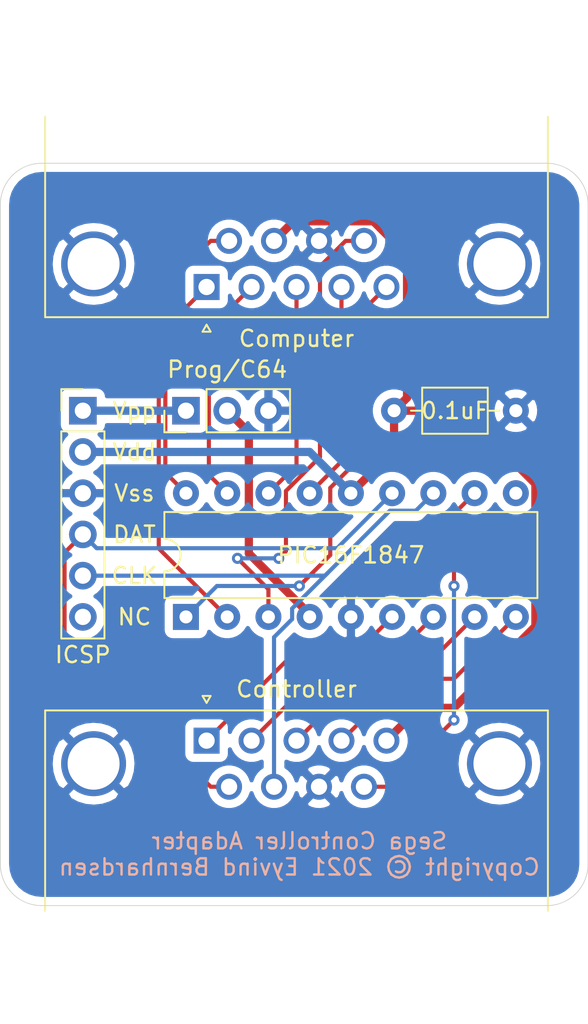
<source format=kicad_pcb>
(kicad_pcb (version 20171130) (host pcbnew "(5.1.9-0-10_14)")

  (general
    (thickness 1.6)
    (drawings 15)
    (tracks 95)
    (zones 0)
    (modules 6)
    (nets 21)
  )

  (page A4)
  (layers
    (0 F.Cu signal)
    (31 B.Cu signal)
    (36 B.SilkS user)
    (37 F.SilkS user)
    (38 B.Mask user)
    (39 F.Mask user)
    (41 Cmts.User user)
    (44 Edge.Cuts user)
    (45 Margin user)
    (46 B.CrtYd user)
    (47 F.CrtYd user)
    (49 F.Fab user)
  )

  (setup
    (last_trace_width 0.508)
    (user_trace_width 0.254)
    (user_trace_width 0.508)
    (trace_clearance 0.1524)
    (zone_clearance 0.508)
    (zone_45_only no)
    (trace_min 0.1524)
    (via_size 0.6858)
    (via_drill 0.3302)
    (via_min_size 0.508)
    (via_min_drill 0.254)
    (uvia_size 0.6858)
    (uvia_drill 0.3302)
    (uvias_allowed no)
    (uvia_min_size 0)
    (uvia_min_drill 0)
    (edge_width 0.05)
    (segment_width 0.2)
    (pcb_text_width 0.3)
    (pcb_text_size 1.5 1.5)
    (mod_edge_width 0.12)
    (mod_text_size 1 1)
    (mod_text_width 0.15)
    (pad_size 1.524 1.524)
    (pad_drill 0.762)
    (pad_to_mask_clearance 0.0508)
    (aux_axis_origin 0 0)
    (visible_elements FFFFFF7F)
    (pcbplotparams
      (layerselection 0x010fc_ffffffff)
      (usegerberextensions false)
      (usegerberattributes true)
      (usegerberadvancedattributes true)
      (creategerberjobfile true)
      (excludeedgelayer true)
      (linewidth 0.100000)
      (plotframeref false)
      (viasonmask false)
      (mode 1)
      (useauxorigin false)
      (hpglpennumber 1)
      (hpglpenspeed 20)
      (hpglpendiameter 15.000000)
      (psnegative false)
      (psa4output false)
      (plotreference true)
      (plotvalue true)
      (plotinvisibletext false)
      (padsonsilk false)
      (subtractmaskfromsilk false)
      (outputformat 1)
      (mirror false)
      (drillshape 1)
      (scaleselection 1)
      (outputdirectory ""))
  )

  (net 0 "")
  (net 1 "Net-(J1-Pad1)")
  (net 2 "Net-(J1-Pad2)")
  (net 3 "Net-(J1-Pad3)")
  (net 4 "Net-(J1-Pad4)")
  (net 5 "Net-(J1-Pad6)")
  (net 6 "Net-(J1-Pad7)")
  (net 7 "Net-(J1-Pad9)")
  (net 8 "Net-(J2-Pad1)")
  (net 9 "Net-(J2-Pad2)")
  (net 10 "Net-(J2-Pad3)")
  (net 11 "Net-(J2-Pad4)")
  (net 12 "Net-(J2-Pad5)")
  (net 13 "Net-(J2-Pad6)")
  (net 14 "Net-(J2-Pad9)")
  (net 15 "Net-(U1-Pad10)")
  (net 16 "Net-(J3-Pad6)")
  (net 17 "Net-(J3-Pad1)")
  (net 18 "Net-(JP1-Pad2)")
  (net 19 GND)
  (net 20 +5V)

  (net_class Default "This is the default net class."
    (clearance 0.1524)
    (trace_width 0.1524)
    (via_dia 0.6858)
    (via_drill 0.3302)
    (uvia_dia 0.6858)
    (uvia_drill 0.3302)
    (add_net +5V)
    (add_net GND)
    (add_net "Net-(J1-Pad1)")
    (add_net "Net-(J1-Pad2)")
    (add_net "Net-(J1-Pad3)")
    (add_net "Net-(J1-Pad4)")
    (add_net "Net-(J1-Pad6)")
    (add_net "Net-(J1-Pad7)")
    (add_net "Net-(J1-Pad9)")
    (add_net "Net-(J2-Pad1)")
    (add_net "Net-(J2-Pad2)")
    (add_net "Net-(J2-Pad3)")
    (add_net "Net-(J2-Pad4)")
    (add_net "Net-(J2-Pad5)")
    (add_net "Net-(J2-Pad6)")
    (add_net "Net-(J2-Pad9)")
    (add_net "Net-(J3-Pad1)")
    (add_net "Net-(J3-Pad6)")
    (add_net "Net-(JP1-Pad2)")
    (add_net "Net-(U1-Pad10)")
  )

  (module Package_DIP:DIP-18_W7.62mm (layer F.Cu) (tedit 5A02E8C5) (tstamp 601EC46C)
    (at 139.7 128.27 90)
    (descr "18-lead though-hole mounted DIP package, row spacing 7.62 mm (300 mils)")
    (tags "THT DIP DIL PDIP 2.54mm 7.62mm 300mil")
    (path /601EB7C3)
    (fp_text reference U1 (at 3.81 -2.33 90) (layer Cmts.User)
      (effects (font (size 1 1) (thickness 0.15)))
    )
    (fp_text value PIC16F1847 (at 3.81 10.16 180) (layer F.SilkS)
      (effects (font (size 1 1) (thickness 0.15)))
    )
    (fp_line (start 8.7 -1.55) (end -1.1 -1.55) (layer F.CrtYd) (width 0.05))
    (fp_line (start 8.7 21.85) (end 8.7 -1.55) (layer F.CrtYd) (width 0.05))
    (fp_line (start -1.1 21.85) (end 8.7 21.85) (layer F.CrtYd) (width 0.05))
    (fp_line (start -1.1 -1.55) (end -1.1 21.85) (layer F.CrtYd) (width 0.05))
    (fp_line (start 6.46 -1.33) (end 4.81 -1.33) (layer F.SilkS) (width 0.12))
    (fp_line (start 6.46 21.65) (end 6.46 -1.33) (layer F.SilkS) (width 0.12))
    (fp_line (start 1.16 21.65) (end 6.46 21.65) (layer F.SilkS) (width 0.12))
    (fp_line (start 1.16 -1.33) (end 1.16 21.65) (layer F.SilkS) (width 0.12))
    (fp_line (start 2.81 -1.33) (end 1.16 -1.33) (layer F.SilkS) (width 0.12))
    (fp_line (start 0.635 -0.27) (end 1.635 -1.27) (layer F.Fab) (width 0.1))
    (fp_line (start 0.635 21.59) (end 0.635 -0.27) (layer F.Fab) (width 0.1))
    (fp_line (start 6.985 21.59) (end 0.635 21.59) (layer F.Fab) (width 0.1))
    (fp_line (start 6.985 -1.27) (end 6.985 21.59) (layer F.Fab) (width 0.1))
    (fp_line (start 1.635 -1.27) (end 6.985 -1.27) (layer F.Fab) (width 0.1))
    (fp_arc (start 3.81 -1.33) (end 2.81 -1.33) (angle -180) (layer F.SilkS) (width 0.12))
    (fp_text user %R (at 3.81 10.16 90) (layer F.Fab)
      (effects (font (size 1 1) (thickness 0.15)))
    )
    (pad 1 thru_hole rect (at 0 0 90) (size 1.6 1.6) (drill 0.8) (layers *.Cu *.Mask)
      (net 12 "Net-(J2-Pad5)"))
    (pad 10 thru_hole oval (at 7.62 20.32 90) (size 1.6 1.6) (drill 0.8) (layers *.Cu *.Mask)
      (net 15 "Net-(U1-Pad10)"))
    (pad 2 thru_hole oval (at 0 2.54 90) (size 1.6 1.6) (drill 0.8) (layers *.Cu *.Mask)
      (net 13 "Net-(J2-Pad6)"))
    (pad 11 thru_hole oval (at 7.62 17.78 90) (size 1.6 1.6) (drill 0.8) (layers *.Cu *.Mask)
      (net 7 "Net-(J1-Pad9)"))
    (pad 3 thru_hole oval (at 0 5.08 90) (size 1.6 1.6) (drill 0.8) (layers *.Cu *.Mask)
      (net 14 "Net-(J2-Pad9)"))
    (pad 12 thru_hole oval (at 7.62 15.24 90) (size 1.6 1.6) (drill 0.8) (layers *.Cu *.Mask)
      (net 6 "Net-(J1-Pad7)"))
    (pad 4 thru_hole oval (at 0 7.62 90) (size 1.6 1.6) (drill 0.8) (layers *.Cu *.Mask)
      (net 18 "Net-(JP1-Pad2)"))
    (pad 13 thru_hole oval (at 7.62 12.7 90) (size 1.6 1.6) (drill 0.8) (layers *.Cu *.Mask)
      (net 5 "Net-(J1-Pad6)"))
    (pad 5 thru_hole oval (at 0 10.16 90) (size 1.6 1.6) (drill 0.8) (layers *.Cu *.Mask)
      (net 19 GND))
    (pad 14 thru_hole oval (at 7.62 10.16 90) (size 1.6 1.6) (drill 0.8) (layers *.Cu *.Mask)
      (net 20 +5V))
    (pad 6 thru_hole oval (at 0 12.7 90) (size 1.6 1.6) (drill 0.8) (layers *.Cu *.Mask)
      (net 1 "Net-(J1-Pad1)"))
    (pad 15 thru_hole oval (at 7.62 7.62 90) (size 1.6 1.6) (drill 0.8) (layers *.Cu *.Mask)
      (net 11 "Net-(J2-Pad4)"))
    (pad 7 thru_hole oval (at 0 15.24 90) (size 1.6 1.6) (drill 0.8) (layers *.Cu *.Mask)
      (net 2 "Net-(J1-Pad2)"))
    (pad 16 thru_hole oval (at 7.62 5.08 90) (size 1.6 1.6) (drill 0.8) (layers *.Cu *.Mask)
      (net 10 "Net-(J2-Pad3)"))
    (pad 8 thru_hole oval (at 0 17.78 90) (size 1.6 1.6) (drill 0.8) (layers *.Cu *.Mask)
      (net 3 "Net-(J1-Pad3)"))
    (pad 17 thru_hole oval (at 7.62 2.54 90) (size 1.6 1.6) (drill 0.8) (layers *.Cu *.Mask)
      (net 9 "Net-(J2-Pad2)"))
    (pad 9 thru_hole oval (at 0 20.32 90) (size 1.6 1.6) (drill 0.8) (layers *.Cu *.Mask)
      (net 4 "Net-(J1-Pad4)"))
    (pad 18 thru_hole oval (at 7.62 0 90) (size 1.6 1.6) (drill 0.8) (layers *.Cu *.Mask)
      (net 8 "Net-(J2-Pad1)"))
    (model ${KISYS3DMOD}/Package_DIP.3dshapes/DIP-18_W7.62mm.wrl
      (at (xyz 0 0 0))
      (scale (xyz 1 1 1))
      (rotate (xyz 0 0 0))
    )
  )

  (module Connector_PinHeader_2.54mm:PinHeader_1x06_P2.54mm_Vertical (layer F.Cu) (tedit 59FED5CC) (tstamp 604D135C)
    (at 133.35 115.57)
    (descr "Through hole straight pin header, 1x06, 2.54mm pitch, single row")
    (tags "Through hole pin header THT 1x06 2.54mm single row")
    (path /602A483D)
    (fp_text reference J3 (at 0 -2.33) (layer Cmts.User)
      (effects (font (size 1 1) (thickness 0.15)))
    )
    (fp_text value ICSP (at 0 15.03) (layer F.SilkS)
      (effects (font (size 1 1) (thickness 0.15)))
    )
    (fp_line (start -0.635 -1.27) (end 1.27 -1.27) (layer F.Fab) (width 0.1))
    (fp_line (start 1.27 -1.27) (end 1.27 13.97) (layer F.Fab) (width 0.1))
    (fp_line (start 1.27 13.97) (end -1.27 13.97) (layer F.Fab) (width 0.1))
    (fp_line (start -1.27 13.97) (end -1.27 -0.635) (layer F.Fab) (width 0.1))
    (fp_line (start -1.27 -0.635) (end -0.635 -1.27) (layer F.Fab) (width 0.1))
    (fp_line (start -1.33 14.03) (end 1.33 14.03) (layer F.SilkS) (width 0.12))
    (fp_line (start -1.33 1.27) (end -1.33 14.03) (layer F.SilkS) (width 0.12))
    (fp_line (start 1.33 1.27) (end 1.33 14.03) (layer F.SilkS) (width 0.12))
    (fp_line (start -1.33 1.27) (end 1.33 1.27) (layer F.SilkS) (width 0.12))
    (fp_line (start -1.33 0) (end -1.33 -1.33) (layer F.SilkS) (width 0.12))
    (fp_line (start -1.33 -1.33) (end 0 -1.33) (layer F.SilkS) (width 0.12))
    (fp_line (start -1.8 -1.8) (end -1.8 14.5) (layer F.CrtYd) (width 0.05))
    (fp_line (start -1.8 14.5) (end 1.8 14.5) (layer F.CrtYd) (width 0.05))
    (fp_line (start 1.8 14.5) (end 1.8 -1.8) (layer F.CrtYd) (width 0.05))
    (fp_line (start 1.8 -1.8) (end -1.8 -1.8) (layer F.CrtYd) (width 0.05))
    (fp_text user %R (at 0 6.35 90) (layer F.Fab)
      (effects (font (size 1 1) (thickness 0.15)))
    )
    (pad 1 thru_hole rect (at 0 0) (size 1.7 1.7) (drill 1) (layers *.Cu *.Mask)
      (net 17 "Net-(J3-Pad1)"))
    (pad 2 thru_hole oval (at 0 2.54) (size 1.7 1.7) (drill 1) (layers *.Cu *.Mask)
      (net 20 +5V))
    (pad 3 thru_hole oval (at 0 5.08) (size 1.7 1.7) (drill 1) (layers *.Cu *.Mask)
      (net 19 GND))
    (pad 4 thru_hole oval (at 0 7.62) (size 1.7 1.7) (drill 1) (layers *.Cu *.Mask)
      (net 5 "Net-(J1-Pad6)"))
    (pad 5 thru_hole oval (at 0 10.16) (size 1.7 1.7) (drill 1) (layers *.Cu *.Mask)
      (net 6 "Net-(J1-Pad7)"))
    (pad 6 thru_hole oval (at 0 12.7) (size 1.7 1.7) (drill 1) (layers *.Cu *.Mask)
      (net 16 "Net-(J3-Pad6)"))
    (model ${KISYS3DMOD}/Connector_PinHeader_2.54mm.3dshapes/PinHeader_1x06_P2.54mm_Vertical.wrl
      (at (xyz 0 0 0))
      (scale (xyz 1 1 1))
      (rotate (xyz 0 0 0))
    )
  )

  (module Connector_Dsub:DSUB-9_Female_Horizontal_P2.77x2.84mm_EdgePinOffset7.70mm_Housed_MountingHolesOffset9.12mm (layer F.Cu) (tedit 59FEDEE2) (tstamp 601EC40D)
    (at 140.97 107.95 180)
    (descr "9-pin D-Sub connector, horizontal/angled (90 deg), THT-mount, female, pitch 2.77x2.84mm, pin-PCB-offset 7.699999999999999mm, distance of mounting holes 25mm, distance of mounting holes to PCB edge 9.12mm, see https://disti-assets.s3.amazonaws.com/tonar/files/datasheets/16730.pdf")
    (tags "9-pin D-Sub connector horizontal angled 90deg THT female pitch 2.77x2.84mm pin-PCB-offset 7.699999999999999mm mounting-holes-distance 25mm mounting-hole-offset 25mm")
    (path /601EC4D9)
    (fp_text reference J2 (at -5.54 -2.8) (layer Cmts.User)
      (effects (font (size 1 1) (thickness 0.15)))
    )
    (fp_text value Computer (at -5.54 -3.175) (layer F.SilkS)
      (effects (font (size 1 1) (thickness 0.15)))
    )
    (fp_line (start 10.4 -2.35) (end -21.5 -2.35) (layer F.CrtYd) (width 0.05))
    (fp_line (start 10.4 17.65) (end 10.4 -2.35) (layer F.CrtYd) (width 0.05))
    (fp_line (start -21.5 17.65) (end 10.4 17.65) (layer F.CrtYd) (width 0.05))
    (fp_line (start -21.5 -2.35) (end -21.5 17.65) (layer F.CrtYd) (width 0.05))
    (fp_line (start 0 -2.321325) (end -0.25 -2.754338) (layer F.SilkS) (width 0.12))
    (fp_line (start 0.25 -2.754338) (end 0 -2.321325) (layer F.SilkS) (width 0.12))
    (fp_line (start -0.25 -2.754338) (end 0.25 -2.754338) (layer F.SilkS) (width 0.12))
    (fp_line (start 9.945 -1.86) (end 9.945 10.48) (layer F.SilkS) (width 0.12))
    (fp_line (start -21.025 -1.86) (end 9.945 -1.86) (layer F.SilkS) (width 0.12))
    (fp_line (start -21.025 10.48) (end -21.025 -1.86) (layer F.SilkS) (width 0.12))
    (fp_line (start 8.56 10.54) (end 8.56 1.42) (layer F.Fab) (width 0.1))
    (fp_line (start 5.36 10.54) (end 5.36 1.42) (layer F.Fab) (width 0.1))
    (fp_line (start -16.44 10.54) (end -16.44 1.42) (layer F.Fab) (width 0.1))
    (fp_line (start -19.64 10.54) (end -19.64 1.42) (layer F.Fab) (width 0.1))
    (fp_line (start 9.46 10.94) (end 4.46 10.94) (layer F.Fab) (width 0.1))
    (fp_line (start 9.46 15.94) (end 9.46 10.94) (layer F.Fab) (width 0.1))
    (fp_line (start 4.46 15.94) (end 9.46 15.94) (layer F.Fab) (width 0.1))
    (fp_line (start 4.46 10.94) (end 4.46 15.94) (layer F.Fab) (width 0.1))
    (fp_line (start -15.54 10.94) (end -20.54 10.94) (layer F.Fab) (width 0.1))
    (fp_line (start -15.54 15.94) (end -15.54 10.94) (layer F.Fab) (width 0.1))
    (fp_line (start -20.54 15.94) (end -15.54 15.94) (layer F.Fab) (width 0.1))
    (fp_line (start -20.54 10.94) (end -20.54 15.94) (layer F.Fab) (width 0.1))
    (fp_line (start 2.61 10.94) (end -13.69 10.94) (layer F.Fab) (width 0.1))
    (fp_line (start 2.61 17.11) (end 2.61 10.94) (layer F.Fab) (width 0.1))
    (fp_line (start -13.69 17.11) (end 2.61 17.11) (layer F.Fab) (width 0.1))
    (fp_line (start -13.69 10.94) (end -13.69 17.11) (layer F.Fab) (width 0.1))
    (fp_line (start 9.885 10.54) (end -20.965 10.54) (layer F.Fab) (width 0.1))
    (fp_line (start 9.885 10.94) (end 9.885 10.54) (layer F.Fab) (width 0.1))
    (fp_line (start -20.965 10.94) (end 9.885 10.94) (layer F.Fab) (width 0.1))
    (fp_line (start -20.965 10.54) (end -20.965 10.94) (layer F.Fab) (width 0.1))
    (fp_line (start 9.885 -1.8) (end -20.965 -1.8) (layer F.Fab) (width 0.1))
    (fp_line (start 9.885 10.54) (end 9.885 -1.8) (layer F.Fab) (width 0.1))
    (fp_line (start -20.965 10.54) (end 9.885 10.54) (layer F.Fab) (width 0.1))
    (fp_line (start -20.965 -1.8) (end -20.965 10.54) (layer F.Fab) (width 0.1))
    (fp_text user %R (at -5.54 14.025) (layer F.Fab)
      (effects (font (size 1 1) (thickness 0.15)))
    )
    (fp_arc (start 6.96 1.42) (end 5.36 1.42) (angle 180) (layer F.Fab) (width 0.1))
    (fp_arc (start -18.04 1.42) (end -19.64 1.42) (angle 180) (layer F.Fab) (width 0.1))
    (pad 0 thru_hole circle (at 6.96 1.42 180) (size 4 4) (drill 3.2) (layers *.Cu *.Mask)
      (net 19 GND))
    (pad 0 thru_hole circle (at -18.04 1.42 180) (size 4 4) (drill 3.2) (layers *.Cu *.Mask)
      (net 19 GND))
    (pad 9 thru_hole circle (at -9.695 2.84 180) (size 1.6 1.6) (drill 1) (layers *.Cu *.Mask)
      (net 14 "Net-(J2-Pad9)"))
    (pad 8 thru_hole circle (at -6.925 2.84 180) (size 1.6 1.6) (drill 1) (layers *.Cu *.Mask)
      (net 19 GND))
    (pad 7 thru_hole circle (at -4.155 2.84 180) (size 1.6 1.6) (drill 1) (layers *.Cu *.Mask)
      (net 20 +5V))
    (pad 6 thru_hole circle (at -1.385 2.84 180) (size 1.6 1.6) (drill 1) (layers *.Cu *.Mask)
      (net 13 "Net-(J2-Pad6)"))
    (pad 5 thru_hole circle (at -11.08 0 180) (size 1.6 1.6) (drill 1) (layers *.Cu *.Mask)
      (net 12 "Net-(J2-Pad5)"))
    (pad 4 thru_hole circle (at -8.31 0 180) (size 1.6 1.6) (drill 1) (layers *.Cu *.Mask)
      (net 11 "Net-(J2-Pad4)"))
    (pad 3 thru_hole circle (at -5.54 0 180) (size 1.6 1.6) (drill 1) (layers *.Cu *.Mask)
      (net 10 "Net-(J2-Pad3)"))
    (pad 2 thru_hole circle (at -2.77 0 180) (size 1.6 1.6) (drill 1) (layers *.Cu *.Mask)
      (net 9 "Net-(J2-Pad2)"))
    (pad 1 thru_hole rect (at 0 0 180) (size 1.6 1.6) (drill 1) (layers *.Cu *.Mask)
      (net 8 "Net-(J2-Pad1)"))
    (model ${KISYS3DMOD}/Connector_Dsub.3dshapes/DSUB-9_Female_Horizontal_P2.77x2.84mm_EdgePinOffset7.70mm_Housed_MountingHolesOffset9.12mm.wrl
      (at (xyz 0 0 0))
      (scale (xyz 1 1 1))
      (rotate (xyz 0 0 0))
    )
  )

  (module Connector_Dsub:DSUB-9_Male_Horizontal_P2.77x2.84mm_EdgePinOffset7.70mm_Housed_MountingHolesOffset9.12mm (layer F.Cu) (tedit 59FEDEE2) (tstamp 601EC3D9)
    (at 140.97 135.89)
    (descr "9-pin D-Sub connector, horizontal/angled (90 deg), THT-mount, male, pitch 2.77x2.84mm, pin-PCB-offset 7.699999999999999mm, distance of mounting holes 25mm, distance of mounting holes to PCB edge 9.12mm, see https://disti-assets.s3.amazonaws.com/tonar/files/datasheets/16730.pdf")
    (tags "9-pin D-Sub connector horizontal angled 90deg THT male pitch 2.77x2.84mm pin-PCB-offset 7.699999999999999mm mounting-holes-distance 25mm mounting-hole-offset 25mm")
    (path /601EDA30)
    (fp_text reference J1 (at 5.54 -2.8) (layer Cmts.User)
      (effects (font (size 1 1) (thickness 0.15)))
    )
    (fp_text value Controller (at 5.54 -3.175) (layer F.SilkS)
      (effects (font (size 1 1) (thickness 0.15)))
    )
    (fp_line (start 21.5 -2.35) (end -10.4 -2.35) (layer F.CrtYd) (width 0.05))
    (fp_line (start 21.5 17.45) (end 21.5 -2.35) (layer F.CrtYd) (width 0.05))
    (fp_line (start -10.4 17.45) (end 21.5 17.45) (layer F.CrtYd) (width 0.05))
    (fp_line (start -10.4 -2.35) (end -10.4 17.45) (layer F.CrtYd) (width 0.05))
    (fp_line (start 0 -2.321325) (end -0.25 -2.754338) (layer F.SilkS) (width 0.12))
    (fp_line (start 0.25 -2.754338) (end 0 -2.321325) (layer F.SilkS) (width 0.12))
    (fp_line (start -0.25 -2.754338) (end 0.25 -2.754338) (layer F.SilkS) (width 0.12))
    (fp_line (start 21.025 -1.86) (end 21.025 10.48) (layer F.SilkS) (width 0.12))
    (fp_line (start -9.945 -1.86) (end 21.025 -1.86) (layer F.SilkS) (width 0.12))
    (fp_line (start -9.945 10.48) (end -9.945 -1.86) (layer F.SilkS) (width 0.12))
    (fp_line (start 19.64 10.54) (end 19.64 1.42) (layer F.Fab) (width 0.1))
    (fp_line (start 16.44 10.54) (end 16.44 1.42) (layer F.Fab) (width 0.1))
    (fp_line (start -5.36 10.54) (end -5.36 1.42) (layer F.Fab) (width 0.1))
    (fp_line (start -8.56 10.54) (end -8.56 1.42) (layer F.Fab) (width 0.1))
    (fp_line (start 20.54 10.94) (end 15.54 10.94) (layer F.Fab) (width 0.1))
    (fp_line (start 20.54 15.94) (end 20.54 10.94) (layer F.Fab) (width 0.1))
    (fp_line (start 15.54 15.94) (end 20.54 15.94) (layer F.Fab) (width 0.1))
    (fp_line (start 15.54 10.94) (end 15.54 15.94) (layer F.Fab) (width 0.1))
    (fp_line (start -4.46 10.94) (end -9.46 10.94) (layer F.Fab) (width 0.1))
    (fp_line (start -4.46 15.94) (end -4.46 10.94) (layer F.Fab) (width 0.1))
    (fp_line (start -9.46 15.94) (end -4.46 15.94) (layer F.Fab) (width 0.1))
    (fp_line (start -9.46 10.94) (end -9.46 15.94) (layer F.Fab) (width 0.1))
    (fp_line (start 13.69 10.94) (end -2.61 10.94) (layer F.Fab) (width 0.1))
    (fp_line (start 13.69 16.94) (end 13.69 10.94) (layer F.Fab) (width 0.1))
    (fp_line (start -2.61 16.94) (end 13.69 16.94) (layer F.Fab) (width 0.1))
    (fp_line (start -2.61 10.94) (end -2.61 16.94) (layer F.Fab) (width 0.1))
    (fp_line (start 20.965 10.54) (end -9.885 10.54) (layer F.Fab) (width 0.1))
    (fp_line (start 20.965 10.94) (end 20.965 10.54) (layer F.Fab) (width 0.1))
    (fp_line (start -9.885 10.94) (end 20.965 10.94) (layer F.Fab) (width 0.1))
    (fp_line (start -9.885 10.54) (end -9.885 10.94) (layer F.Fab) (width 0.1))
    (fp_line (start 20.965 -1.8) (end -9.885 -1.8) (layer F.Fab) (width 0.1))
    (fp_line (start 20.965 10.54) (end 20.965 -1.8) (layer F.Fab) (width 0.1))
    (fp_line (start -9.885 10.54) (end 20.965 10.54) (layer F.Fab) (width 0.1))
    (fp_line (start -9.885 -1.8) (end -9.885 10.54) (layer F.Fab) (width 0.1))
    (fp_text user %R (at 5.54 13.94) (layer F.Fab)
      (effects (font (size 1 1) (thickness 0.15)))
    )
    (fp_arc (start 18.04 1.42) (end 16.44 1.42) (angle 180) (layer F.Fab) (width 0.1))
    (fp_arc (start -6.96 1.42) (end -8.56 1.42) (angle 180) (layer F.Fab) (width 0.1))
    (pad 0 thru_hole circle (at 18.04 1.42) (size 4 4) (drill 3.2) (layers *.Cu *.Mask)
      (net 19 GND))
    (pad 0 thru_hole circle (at -6.96 1.42) (size 4 4) (drill 3.2) (layers *.Cu *.Mask)
      (net 19 GND))
    (pad 9 thru_hole circle (at 9.695 2.84) (size 1.6 1.6) (drill 1) (layers *.Cu *.Mask)
      (net 7 "Net-(J1-Pad9)"))
    (pad 8 thru_hole circle (at 6.925 2.84) (size 1.6 1.6) (drill 1) (layers *.Cu *.Mask)
      (net 19 GND))
    (pad 7 thru_hole circle (at 4.155 2.84) (size 1.6 1.6) (drill 1) (layers *.Cu *.Mask)
      (net 6 "Net-(J1-Pad7)"))
    (pad 6 thru_hole circle (at 1.385 2.84) (size 1.6 1.6) (drill 1) (layers *.Cu *.Mask)
      (net 5 "Net-(J1-Pad6)"))
    (pad 5 thru_hole circle (at 11.08 0) (size 1.6 1.6) (drill 1) (layers *.Cu *.Mask)
      (net 20 +5V))
    (pad 4 thru_hole circle (at 8.31 0) (size 1.6 1.6) (drill 1) (layers *.Cu *.Mask)
      (net 4 "Net-(J1-Pad4)"))
    (pad 3 thru_hole circle (at 5.54 0) (size 1.6 1.6) (drill 1) (layers *.Cu *.Mask)
      (net 3 "Net-(J1-Pad3)"))
    (pad 2 thru_hole circle (at 2.77 0) (size 1.6 1.6) (drill 1) (layers *.Cu *.Mask)
      (net 2 "Net-(J1-Pad2)"))
    (pad 1 thru_hole rect (at 0 0) (size 1.6 1.6) (drill 1) (layers *.Cu *.Mask)
      (net 1 "Net-(J1-Pad1)"))
    (model ${KISYS3DMOD}/Connector_Dsub.3dshapes/DSUB-9_Male_Horizontal_P2.77x2.84mm_EdgePinOffset7.70mm_Housed_MountingHolesOffset9.12mm.wrl
      (at (xyz 0 0 0))
      (scale (xyz 1 1 1))
      (rotate (xyz 0 0 0))
    )
  )

  (module Capacitor_THT:C_Axial_L3.8mm_D2.6mm_P7.50mm_Horizontal (layer F.Cu) (tedit 5AE50EF0) (tstamp 601ECBE7)
    (at 160.02 115.57 180)
    (descr "C, Axial series, Axial, Horizontal, pin pitch=7.5mm, , length*diameter=3.8*2.6mm^2, http://www.vishay.com/docs/45231/arseries.pdf")
    (tags "C Axial series Axial Horizontal pin pitch 7.5mm  length 3.8mm diameter 2.6mm")
    (path /601532C7)
    (fp_text reference C1 (at 3.75 -2.42) (layer Cmts.User)
      (effects (font (size 1 1) (thickness 0.15)))
    )
    (fp_text value 0.1uF (at 3.75 0) (layer F.SilkS)
      (effects (font (size 1 1) (thickness 0.15)))
    )
    (fp_line (start 8.55 -1.55) (end -1.05 -1.55) (layer F.CrtYd) (width 0.05))
    (fp_line (start 8.55 1.55) (end 8.55 -1.55) (layer F.CrtYd) (width 0.05))
    (fp_line (start -1.05 1.55) (end 8.55 1.55) (layer F.CrtYd) (width 0.05))
    (fp_line (start -1.05 -1.55) (end -1.05 1.55) (layer F.CrtYd) (width 0.05))
    (fp_line (start 6.46 0) (end 5.77 0) (layer F.SilkS) (width 0.12))
    (fp_line (start 1.04 0) (end 1.73 0) (layer F.SilkS) (width 0.12))
    (fp_line (start 5.77 -1.42) (end 1.73 -1.42) (layer F.SilkS) (width 0.12))
    (fp_line (start 5.77 1.42) (end 5.77 -1.42) (layer F.SilkS) (width 0.12))
    (fp_line (start 1.73 1.42) (end 5.77 1.42) (layer F.SilkS) (width 0.12))
    (fp_line (start 1.73 -1.42) (end 1.73 1.42) (layer F.SilkS) (width 0.12))
    (fp_line (start 7.5 0) (end 5.65 0) (layer F.Fab) (width 0.1))
    (fp_line (start 0 0) (end 1.85 0) (layer F.Fab) (width 0.1))
    (fp_line (start 5.65 -1.3) (end 1.85 -1.3) (layer F.Fab) (width 0.1))
    (fp_line (start 5.65 1.3) (end 5.65 -1.3) (layer F.Fab) (width 0.1))
    (fp_line (start 1.85 1.3) (end 5.65 1.3) (layer F.Fab) (width 0.1))
    (fp_line (start 1.85 -1.3) (end 1.85 1.3) (layer F.Fab) (width 0.1))
    (fp_text user %R (at 3.75 0 90) (layer F.Fab)
      (effects (font (size 0.76 0.76) (thickness 0.114)))
    )
    (pad 1 thru_hole circle (at 0 0 180) (size 1.6 1.6) (drill 0.8) (layers *.Cu *.Mask)
      (net 19 GND))
    (pad 2 thru_hole oval (at 7.5 0 180) (size 1.6 1.6) (drill 0.8) (layers *.Cu *.Mask)
      (net 20 +5V))
    (model ${KISYS3DMOD}/Capacitor_THT.3dshapes/C_Axial_L3.8mm_D2.6mm_P7.50mm_Horizontal.wrl
      (at (xyz 0 0 0))
      (scale (xyz 1 1 1))
      (rotate (xyz 0 0 0))
    )
  )

  (module Connector_PinHeader_2.54mm:PinHeader_1x03_P2.54mm_Vertical (layer F.Cu) (tedit 59FED5CC) (tstamp 604D11A7)
    (at 139.7 115.57 90)
    (descr "Through hole straight pin header, 1x03, 2.54mm pitch, single row")
    (tags "Through hole pin header THT 1x03 2.54mm single row")
    (path /604CD86C)
    (fp_text reference JP1 (at 0 -2.33 90) (layer Cmts.User)
      (effects (font (size 1 1) (thickness 0.15)))
    )
    (fp_text value Prog/C64 (at 2.54 2.54 180) (layer F.SilkS)
      (effects (font (size 1 1) (thickness 0.15)))
    )
    (fp_line (start -0.635 -1.27) (end 1.27 -1.27) (layer F.Fab) (width 0.1))
    (fp_line (start 1.27 -1.27) (end 1.27 6.35) (layer F.Fab) (width 0.1))
    (fp_line (start 1.27 6.35) (end -1.27 6.35) (layer F.Fab) (width 0.1))
    (fp_line (start -1.27 6.35) (end -1.27 -0.635) (layer F.Fab) (width 0.1))
    (fp_line (start -1.27 -0.635) (end -0.635 -1.27) (layer F.Fab) (width 0.1))
    (fp_line (start -1.33 6.41) (end 1.33 6.41) (layer F.SilkS) (width 0.12))
    (fp_line (start -1.33 1.27) (end -1.33 6.41) (layer F.SilkS) (width 0.12))
    (fp_line (start 1.33 1.27) (end 1.33 6.41) (layer F.SilkS) (width 0.12))
    (fp_line (start -1.33 1.27) (end 1.33 1.27) (layer F.SilkS) (width 0.12))
    (fp_line (start -1.33 0) (end -1.33 -1.33) (layer F.SilkS) (width 0.12))
    (fp_line (start -1.33 -1.33) (end 0 -1.33) (layer F.SilkS) (width 0.12))
    (fp_line (start -1.8 -1.8) (end -1.8 6.85) (layer F.CrtYd) (width 0.05))
    (fp_line (start -1.8 6.85) (end 1.8 6.85) (layer F.CrtYd) (width 0.05))
    (fp_line (start 1.8 6.85) (end 1.8 -1.8) (layer F.CrtYd) (width 0.05))
    (fp_line (start 1.8 -1.8) (end -1.8 -1.8) (layer F.CrtYd) (width 0.05))
    (fp_text user %R (at 0 2.54) (layer F.Fab)
      (effects (font (size 1 1) (thickness 0.15)))
    )
    (pad 1 thru_hole rect (at 0 0 90) (size 1.7 1.7) (drill 1) (layers *.Cu *.Mask)
      (net 17 "Net-(J3-Pad1)"))
    (pad 2 thru_hole oval (at 0 2.54 90) (size 1.7 1.7) (drill 1) (layers *.Cu *.Mask)
      (net 18 "Net-(JP1-Pad2)"))
    (pad 3 thru_hole oval (at 0 5.08 90) (size 1.7 1.7) (drill 1) (layers *.Cu *.Mask)
      (net 19 GND))
    (model ${KISYS3DMOD}/Connector_PinHeader_2.54mm.3dshapes/PinHeader_1x03_P2.54mm_Vertical.wrl
      (at (xyz 0 0 0))
      (scale (xyz 1 1 1))
      (rotate (xyz 0 0 0))
    )
  )

  (gr_text "Sega Controller Adapter\nCopyright © 2021 Eyvind Bernhardsen" (at 146.685 142.875) (layer B.SilkS)
    (effects (font (size 1 1) (thickness 0.15)) (justify mirror))
  )
  (gr_line (start 130.81 100.33) (end 161.925 100.33) (layer Edge.Cuts) (width 0.05) (tstamp 60E5686C))
  (gr_line (start 128.27 143.51) (end 128.27 102.87) (layer Edge.Cuts) (width 0.05) (tstamp 60E5686B))
  (gr_line (start 161.925 146.05) (end 130.81 146.05) (layer Edge.Cuts) (width 0.05) (tstamp 60E5686A))
  (gr_line (start 164.465 102.87) (end 164.465 143.51) (layer Edge.Cuts) (width 0.05) (tstamp 60E56869))
  (gr_arc (start 130.81 143.51) (end 128.27 143.51) (angle -90) (layer Edge.Cuts) (width 0.05))
  (gr_arc (start 161.925 143.51) (end 161.925 146.05) (angle -90) (layer Edge.Cuts) (width 0.05))
  (gr_arc (start 161.925 102.87) (end 164.465 102.87) (angle -90) (layer Edge.Cuts) (width 0.05))
  (gr_arc (start 130.81 102.87) (end 130.81 100.33) (angle -90) (layer Edge.Cuts) (width 0.05))
  (gr_text NC (at 136.525 128.27) (layer F.SilkS)
    (effects (font (size 1 1) (thickness 0.15)))
  )
  (gr_text CLK (at 136.525 125.73) (layer F.SilkS)
    (effects (font (size 1 1) (thickness 0.15)))
  )
  (gr_text DAT (at 136.525 123.19) (layer F.SilkS)
    (effects (font (size 1 1) (thickness 0.15)))
  )
  (gr_text Vss (at 136.525 120.65) (layer F.SilkS)
    (effects (font (size 1 1) (thickness 0.15)))
  )
  (gr_text Vdd (at 136.525 118.11) (layer F.SilkS)
    (effects (font (size 1 1) (thickness 0.15)))
  )
  (gr_text Vpp (at 136.525 115.57) (layer F.SilkS)
    (effects (font (size 1 1) (thickness 0.15)))
  )

  (segment (start 152.4 128.27) (end 150.495 130.175) (width 0.254) (layer F.Cu) (net 1))
  (segment (start 146.685 130.175) (end 140.97 135.89) (width 0.254) (layer F.Cu) (net 1))
  (segment (start 150.495 130.175) (end 146.685 130.175) (width 0.254) (layer F.Cu) (net 1))
  (segment (start 154.94 128.27) (end 152.4 130.81) (width 0.254) (layer F.Cu) (net 2))
  (segment (start 148.82 130.81) (end 143.74 135.89) (width 0.254) (layer F.Cu) (net 2))
  (segment (start 152.4 130.81) (end 148.82 130.81) (width 0.254) (layer F.Cu) (net 2))
  (segment (start 157.48 128.27) (end 154.305 131.445) (width 0.254) (layer F.Cu) (net 3))
  (segment (start 150.955 131.445) (end 146.51 135.89) (width 0.254) (layer F.Cu) (net 3))
  (segment (start 154.305 131.445) (end 150.955 131.445) (width 0.254) (layer F.Cu) (net 3))
  (segment (start 160.02 128.27) (end 156.21 132.08) (width 0.254) (layer F.Cu) (net 4))
  (segment (start 153.09 132.08) (end 149.28 135.89) (width 0.254) (layer F.Cu) (net 4))
  (segment (start 156.21 132.08) (end 153.09 132.08) (width 0.254) (layer F.Cu) (net 4))
  (segment (start 149.86 123.19) (end 152.4 120.65) (width 0.254) (layer B.Cu) (net 5))
  (segment (start 149.010001 124.039999) (end 149.86 123.19) (width 0.254) (layer B.Cu) (net 5))
  (segment (start 134.199999 124.039999) (end 149.010001 124.039999) (width 0.254) (layer B.Cu) (net 5))
  (segment (start 133.35 123.19) (end 134.199999 124.039999) (width 0.254) (layer B.Cu) (net 5))
  (segment (start 141.22363 138.73) (end 142.355 138.73) (width 0.254) (layer F.Cu) (net 5))
  (segment (start 132.220599 129.726969) (end 141.22363 138.73) (width 0.254) (layer F.Cu) (net 5))
  (segment (start 132.220599 124.319401) (end 132.220599 129.726969) (width 0.254) (layer F.Cu) (net 5))
  (segment (start 133.35 123.19) (end 132.220599 124.319401) (width 0.254) (layer F.Cu) (net 5))
  (segment (start 153.860599 121.729401) (end 154.94 120.65) (width 0.254) (layer B.Cu) (net 6))
  (segment (start 152.263085 121.729401) (end 153.860599 121.729401) (width 0.254) (layer B.Cu) (net 6))
  (segment (start 145.125 129.522514) (end 146.240599 128.406915) (width 0.254) (layer B.Cu) (net 6))
  (segment (start 146.240599 128.406915) (end 146.240599 127.751887) (width 0.254) (layer B.Cu) (net 6))
  (segment (start 145.125 138.73) (end 145.125 129.522514) (width 0.254) (layer B.Cu) (net 6))
  (segment (start 147.955 125.73) (end 148.108743 125.883743) (width 0.254) (layer B.Cu) (net 6))
  (segment (start 133.35 125.73) (end 147.955 125.73) (width 0.254) (layer B.Cu) (net 6))
  (segment (start 146.240599 127.751887) (end 148.108743 125.883743) (width 0.254) (layer B.Cu) (net 6))
  (segment (start 148.262486 125.73) (end 148.426243 125.566243) (width 0.254) (layer B.Cu) (net 6))
  (segment (start 147.955 125.73) (end 148.262486 125.73) (width 0.254) (layer B.Cu) (net 6))
  (segment (start 148.426243 125.566243) (end 152.263085 121.729401) (width 0.254) (layer B.Cu) (net 6))
  (segment (start 148.108743 125.883743) (end 148.426243 125.566243) (width 0.254) (layer B.Cu) (net 6))
  (via (at 156.21 134.62) (size 0.6858) (drill 0.3302) (layers F.Cu B.Cu) (net 7))
  (segment (start 152.1 138.73) (end 156.21 134.62) (width 0.254) (layer F.Cu) (net 7))
  (segment (start 150.665 138.73) (end 152.1 138.73) (width 0.254) (layer F.Cu) (net 7))
  (via (at 156.21 126.365) (size 0.6858) (drill 0.3302) (layers F.Cu B.Cu) (net 7))
  (segment (start 156.21 134.62) (end 156.21 126.365) (width 0.254) (layer B.Cu) (net 7))
  (segment (start 156.21 121.92) (end 157.48 120.65) (width 0.254) (layer F.Cu) (net 7))
  (segment (start 156.21 126.365) (end 156.21 121.92) (width 0.254) (layer F.Cu) (net 7))
  (segment (start 140.97 107.95) (end 138.43 110.49) (width 0.254) (layer F.Cu) (net 8))
  (segment (start 138.43 119.38) (end 139.7 120.65) (width 0.254) (layer F.Cu) (net 8))
  (segment (start 138.43 110.49) (end 138.43 119.38) (width 0.254) (layer F.Cu) (net 8))
  (segment (start 141.110599 119.520599) (end 142.24 120.65) (width 0.254) (layer F.Cu) (net 9))
  (segment (start 141.110599 110.579401) (end 141.110599 119.520599) (width 0.254) (layer F.Cu) (net 9))
  (segment (start 143.74 107.95) (end 141.110599 110.579401) (width 0.254) (layer F.Cu) (net 9))
  (segment (start 146.51 118.92) (end 144.78 120.65) (width 0.254) (layer F.Cu) (net 10))
  (segment (start 146.51 107.95) (end 146.51 118.92) (width 0.254) (layer F.Cu) (net 10))
  (segment (start 149.28 118.69) (end 147.32 120.65) (width 0.254) (layer F.Cu) (net 11))
  (segment (start 149.28 107.95) (end 149.28 118.69) (width 0.254) (layer F.Cu) (net 11))
  (segment (start 146.685 126.365) (end 146.685 126.365) (width 0.254) (layer F.Cu) (net 12) (tstamp 604E0E11))
  (via (at 146.685 126.365) (size 0.6858) (drill 0.3302) (layers F.Cu B.Cu) (net 12))
  (segment (start 141.605 126.365) (end 139.7 128.27) (width 0.254) (layer B.Cu) (net 12))
  (segment (start 146.685 126.365) (end 141.605 126.365) (width 0.254) (layer B.Cu) (net 12))
  (segment (start 149.686409 119.226077) (end 148.59 120.322486) (width 0.254) (layer F.Cu) (net 12))
  (segment (start 149.686409 110.313591) (end 149.686409 119.226077) (width 0.254) (layer F.Cu) (net 12))
  (segment (start 152.05 107.95) (end 149.686409 110.313591) (width 0.254) (layer F.Cu) (net 12))
  (segment (start 148.59 124.46) (end 146.685 126.365) (width 0.254) (layer F.Cu) (net 12))
  (segment (start 148.59 120.322486) (end 148.59 124.46) (width 0.254) (layer F.Cu) (net 12))
  (segment (start 138.023591 124.053591) (end 142.24 128.27) (width 0.254) (layer F.Cu) (net 13))
  (segment (start 138.023591 108.310039) (end 138.023591 124.053591) (width 0.254) (layer F.Cu) (net 13))
  (segment (start 141.22363 105.11) (end 138.023591 108.310039) (width 0.254) (layer F.Cu) (net 13))
  (segment (start 142.355 105.11) (end 141.22363 105.11) (width 0.254) (layer F.Cu) (net 13))
  (segment (start 150.665 105.11) (end 150.522486 105.11) (width 0.254) (layer B.Cu) (net 14))
  (via (at 145.415 124.662299) (size 0.6858) (drill 0.3302) (layers F.Cu B.Cu) (net 14))
  (via (at 142.875 124.662299) (size 0.6858) (drill 0.3302) (layers F.Cu B.Cu) (net 14))
  (segment (start 144.78 126.567299) (end 142.875 124.662299) (width 0.254) (layer F.Cu) (net 14))
  (segment (start 144.78 128.27) (end 144.78 126.567299) (width 0.254) (layer F.Cu) (net 14))
  (segment (start 142.875 124.662299) (end 145.415 124.662299) (width 0.254) (layer B.Cu) (net 14))
  (segment (start 145.859401 124.217898) (end 145.415 124.662299) (width 0.254) (layer F.Cu) (net 14))
  (segment (start 145.859401 120.513085) (end 145.859401 124.217898) (width 0.254) (layer F.Cu) (net 14))
  (segment (start 147.955 106.68863) (end 147.955 118.417486) (width 0.254) (layer F.Cu) (net 14))
  (segment (start 149.53363 105.11) (end 147.955 106.68863) (width 0.254) (layer F.Cu) (net 14))
  (segment (start 147.955 118.417486) (end 145.859401 120.513085) (width 0.254) (layer F.Cu) (net 14))
  (segment (start 150.665 105.11) (end 149.53363 105.11) (width 0.254) (layer F.Cu) (net 14))
  (segment (start 133.35 115.57) (end 139.7 115.57) (width 0.508) (layer B.Cu) (net 17))
  (segment (start 143.573599 124.362565) (end 147.32 128.108966) (width 0.508) (layer F.Cu) (net 18))
  (segment (start 147.32 128.108966) (end 147.32 128.27) (width 0.508) (layer F.Cu) (net 18))
  (segment (start 143.573599 116.903599) (end 143.573599 124.362565) (width 0.508) (layer F.Cu) (net 18))
  (segment (start 142.24 115.57) (end 143.573599 116.903599) (width 0.508) (layer F.Cu) (net 18))
  (segment (start 134.01 137.31) (end 134.135 137.31) (width 0.508) (layer B.Cu) (net 19))
  (segment (start 151.244073 103.903599) (end 146.331401 103.903599) (width 0.508) (layer F.Cu) (net 20))
  (segment (start 146.331401 103.903599) (end 145.125 105.11) (width 0.508) (layer F.Cu) (net 20))
  (segment (start 153.319999 105.979525) (end 151.244073 103.903599) (width 0.508) (layer F.Cu) (net 20))
  (segment (start 153.319999 114.770001) (end 153.319999 105.979525) (width 0.508) (layer F.Cu) (net 20))
  (segment (start 152.52 115.57) (end 153.319999 114.770001) (width 0.508) (layer F.Cu) (net 20))
  (segment (start 152.52 117.99) (end 149.86 120.65) (width 0.508) (layer F.Cu) (net 20))
  (segment (start 152.52 115.57) (end 152.52 117.99) (width 0.508) (layer F.Cu) (net 20))
  (segment (start 147.32 118.11) (end 133.35 118.11) (width 0.508) (layer B.Cu) (net 20))
  (segment (start 149.86 120.65) (end 147.32 118.11) (width 0.508) (layer B.Cu) (net 20))
  (segment (start 154.069301 133.870699) (end 152.05 135.89) (width 0.508) (layer F.Cu) (net 20))
  (segment (start 156.204775 133.870699) (end 154.069301 133.870699) (width 0.508) (layer F.Cu) (net 20))
  (segment (start 161.226401 128.849073) (end 156.204775 133.870699) (width 0.508) (layer F.Cu) (net 20))
  (segment (start 156.725474 115.57) (end 161.226401 120.070927) (width 0.508) (layer F.Cu) (net 20))
  (segment (start 161.226401 120.070927) (end 161.226401 128.849073) (width 0.508) (layer F.Cu) (net 20))
  (segment (start 152.52 115.57) (end 156.725474 115.57) (width 0.508) (layer F.Cu) (net 20))

  (zone (net 19) (net_name GND) (layer B.Cu) (tstamp 60574606) (hatch edge 0.508)
    (connect_pads (clearance 0.508))
    (min_thickness 0.254)
    (fill yes (arc_segments 32) (thermal_gap 0.508) (thermal_bridge_width 0.508))
    (polygon
      (pts
        (xy 164.465 146.05) (xy 128.27 146.05) (xy 128.27 100.33) (xy 164.465 100.33)
      )
    )
    (filled_polygon
      (pts
        (xy 162.289545 101.028909) (xy 162.640208 101.13478) (xy 162.963625 101.306744) (xy 163.247484 101.538254) (xy 163.480965 101.820486)
        (xy 163.655183 102.142695) (xy 163.763502 102.492614) (xy 163.805 102.887443) (xy 163.805001 143.477711) (xy 163.766091 143.874545)
        (xy 163.66022 144.225206) (xy 163.488257 144.548623) (xy 163.256748 144.832482) (xy 162.974514 145.065965) (xy 162.652304 145.240184)
        (xy 162.302385 145.348502) (xy 161.907557 145.39) (xy 130.842279 145.39) (xy 130.445455 145.351091) (xy 130.094794 145.24522)
        (xy 129.771377 145.073257) (xy 129.487518 144.841748) (xy 129.254035 144.559514) (xy 129.079816 144.237304) (xy 128.971498 143.887385)
        (xy 128.93 143.492557) (xy 128.93 139.157499) (xy 132.342106 139.157499) (xy 132.558228 139.524258) (xy 133.018105 139.764938)
        (xy 133.516098 139.911275) (xy 134.033071 139.957648) (xy 134.549159 139.902273) (xy 135.044526 139.747279) (xy 135.461772 139.524258)
        (xy 135.677894 139.157499) (xy 134.01 137.489605) (xy 132.342106 139.157499) (xy 128.93 139.157499) (xy 128.93 137.333071)
        (xy 131.362352 137.333071) (xy 131.417727 137.849159) (xy 131.572721 138.344526) (xy 131.795742 138.761772) (xy 132.162501 138.977894)
        (xy 133.830395 137.31) (xy 134.189605 137.31) (xy 135.857499 138.977894) (xy 136.224258 138.761772) (xy 136.464938 138.301895)
        (xy 136.611275 137.803902) (xy 136.657648 137.286929) (xy 136.602273 136.770841) (xy 136.447279 136.275474) (xy 136.224258 135.858228)
        (xy 135.857499 135.642106) (xy 134.189605 137.31) (xy 133.830395 137.31) (xy 132.162501 135.642106) (xy 131.795742 135.858228)
        (xy 131.555062 136.318105) (xy 131.408725 136.816098) (xy 131.362352 137.333071) (xy 128.93 137.333071) (xy 128.93 135.462501)
        (xy 132.342106 135.462501) (xy 134.01 137.130395) (xy 135.677894 135.462501) (xy 135.461772 135.095742) (xy 135.001895 134.855062)
        (xy 134.503902 134.708725) (xy 133.986929 134.662352) (xy 133.470841 134.717727) (xy 132.975474 134.872721) (xy 132.558228 135.095742)
        (xy 132.342106 135.462501) (xy 128.93 135.462501) (xy 128.93 114.72) (xy 131.861928 114.72) (xy 131.861928 116.42)
        (xy 131.874188 116.544482) (xy 131.910498 116.66418) (xy 131.969463 116.774494) (xy 132.048815 116.871185) (xy 132.145506 116.950537)
        (xy 132.25582 117.009502) (xy 132.32838 117.031513) (xy 132.196525 117.163368) (xy 132.03401 117.406589) (xy 131.922068 117.676842)
        (xy 131.865 117.96374) (xy 131.865 118.25626) (xy 131.922068 118.543158) (xy 132.03401 118.813411) (xy 132.196525 119.056632)
        (xy 132.403368 119.263475) (xy 132.585534 119.385195) (xy 132.468645 119.454822) (xy 132.252412 119.649731) (xy 132.078359 119.88308)
        (xy 131.953175 120.145901) (xy 131.908524 120.29311) (xy 132.029845 120.523) (xy 133.223 120.523) (xy 133.223 120.503)
        (xy 133.477 120.503) (xy 133.477 120.523) (xy 134.670155 120.523) (xy 134.791476 120.29311) (xy 134.746825 120.145901)
        (xy 134.621641 119.88308) (xy 134.447588 119.649731) (xy 134.231355 119.454822) (xy 134.114466 119.385195) (xy 134.296632 119.263475)
        (xy 134.503475 119.056632) (xy 134.541983 118.999) (xy 146.951765 118.999) (xy 147.169573 119.216808) (xy 146.901426 119.270147)
        (xy 146.640273 119.37832) (xy 146.405241 119.535363) (xy 146.205363 119.735241) (xy 146.05 119.967759) (xy 145.894637 119.735241)
        (xy 145.694759 119.535363) (xy 145.459727 119.37832) (xy 145.198574 119.270147) (xy 144.921335 119.215) (xy 144.638665 119.215)
        (xy 144.361426 119.270147) (xy 144.100273 119.37832) (xy 143.865241 119.535363) (xy 143.665363 119.735241) (xy 143.51 119.967759)
        (xy 143.354637 119.735241) (xy 143.154759 119.535363) (xy 142.919727 119.37832) (xy 142.658574 119.270147) (xy 142.381335 119.215)
        (xy 142.098665 119.215) (xy 141.821426 119.270147) (xy 141.560273 119.37832) (xy 141.325241 119.535363) (xy 141.125363 119.735241)
        (xy 140.97 119.967759) (xy 140.814637 119.735241) (xy 140.614759 119.535363) (xy 140.379727 119.37832) (xy 140.118574 119.270147)
        (xy 139.841335 119.215) (xy 139.558665 119.215) (xy 139.281426 119.270147) (xy 139.020273 119.37832) (xy 138.785241 119.535363)
        (xy 138.585363 119.735241) (xy 138.42832 119.970273) (xy 138.320147 120.231426) (xy 138.265 120.508665) (xy 138.265 120.791335)
        (xy 138.320147 121.068574) (xy 138.42832 121.329727) (xy 138.585363 121.564759) (xy 138.785241 121.764637) (xy 139.020273 121.92168)
        (xy 139.281426 122.029853) (xy 139.558665 122.085) (xy 139.841335 122.085) (xy 140.118574 122.029853) (xy 140.379727 121.92168)
        (xy 140.614759 121.764637) (xy 140.814637 121.564759) (xy 140.97 121.332241) (xy 141.125363 121.564759) (xy 141.325241 121.764637)
        (xy 141.560273 121.92168) (xy 141.821426 122.029853) (xy 142.098665 122.085) (xy 142.381335 122.085) (xy 142.658574 122.029853)
        (xy 142.919727 121.92168) (xy 143.154759 121.764637) (xy 143.354637 121.564759) (xy 143.51 121.332241) (xy 143.665363 121.564759)
        (xy 143.865241 121.764637) (xy 144.100273 121.92168) (xy 144.361426 122.029853) (xy 144.638665 122.085) (xy 144.921335 122.085)
        (xy 145.198574 122.029853) (xy 145.459727 121.92168) (xy 145.694759 121.764637) (xy 145.894637 121.564759) (xy 146.05 121.332241)
        (xy 146.205363 121.564759) (xy 146.405241 121.764637) (xy 146.640273 121.92168) (xy 146.901426 122.029853) (xy 147.178665 122.085)
        (xy 147.461335 122.085) (xy 147.738574 122.029853) (xy 147.999727 121.92168) (xy 148.234759 121.764637) (xy 148.434637 121.564759)
        (xy 148.59 121.332241) (xy 148.745363 121.564759) (xy 148.945241 121.764637) (xy 149.180273 121.92168) (xy 149.441426 122.029853)
        (xy 149.718665 122.085) (xy 149.88737 122.085) (xy 149.347653 122.624717) (xy 149.347648 122.624721) (xy 148.694371 123.277999)
        (xy 134.835 123.277999) (xy 134.835 123.04374) (xy 134.777932 122.756842) (xy 134.66599 122.486589) (xy 134.503475 122.243368)
        (xy 134.296632 122.036525) (xy 134.114466 121.914805) (xy 134.231355 121.845178) (xy 134.447588 121.650269) (xy 134.621641 121.41692)
        (xy 134.746825 121.154099) (xy 134.791476 121.00689) (xy 134.670155 120.777) (xy 133.477 120.777) (xy 133.477 120.797)
        (xy 133.223 120.797) (xy 133.223 120.777) (xy 132.029845 120.777) (xy 131.908524 121.00689) (xy 131.953175 121.154099)
        (xy 132.078359 121.41692) (xy 132.252412 121.650269) (xy 132.468645 121.845178) (xy 132.585534 121.914805) (xy 132.403368 122.036525)
        (xy 132.196525 122.243368) (xy 132.03401 122.486589) (xy 131.922068 122.756842) (xy 131.865 123.04374) (xy 131.865 123.33626)
        (xy 131.922068 123.623158) (xy 132.03401 123.893411) (xy 132.196525 124.136632) (xy 132.403368 124.343475) (xy 132.57776 124.46)
        (xy 132.403368 124.576525) (xy 132.196525 124.783368) (xy 132.03401 125.026589) (xy 131.922068 125.296842) (xy 131.865 125.58374)
        (xy 131.865 125.87626) (xy 131.922068 126.163158) (xy 132.03401 126.433411) (xy 132.196525 126.676632) (xy 132.403368 126.883475)
        (xy 132.57776 127) (xy 132.403368 127.116525) (xy 132.196525 127.323368) (xy 132.03401 127.566589) (xy 131.922068 127.836842)
        (xy 131.865 128.12374) (xy 131.865 128.41626) (xy 131.922068 128.703158) (xy 132.03401 128.973411) (xy 132.196525 129.216632)
        (xy 132.403368 129.423475) (xy 132.646589 129.58599) (xy 132.916842 129.697932) (xy 133.20374 129.755) (xy 133.49626 129.755)
        (xy 133.783158 129.697932) (xy 134.053411 129.58599) (xy 134.296632 129.423475) (xy 134.503475 129.216632) (xy 134.66599 128.973411)
        (xy 134.777932 128.703158) (xy 134.835 128.41626) (xy 134.835 128.12374) (xy 134.777932 127.836842) (xy 134.66599 127.566589)
        (xy 134.503475 127.323368) (xy 134.296632 127.116525) (xy 134.12224 127) (xy 134.296632 126.883475) (xy 134.503475 126.676632)
        (xy 134.626842 126.492) (xy 140.400369 126.492) (xy 140.060442 126.831928) (xy 138.9 126.831928) (xy 138.775518 126.844188)
        (xy 138.65582 126.880498) (xy 138.545506 126.939463) (xy 138.448815 127.018815) (xy 138.369463 127.115506) (xy 138.310498 127.22582)
        (xy 138.274188 127.345518) (xy 138.261928 127.47) (xy 138.261928 129.07) (xy 138.274188 129.194482) (xy 138.310498 129.31418)
        (xy 138.369463 129.424494) (xy 138.448815 129.521185) (xy 138.545506 129.600537) (xy 138.65582 129.659502) (xy 138.775518 129.695812)
        (xy 138.9 129.708072) (xy 140.5 129.708072) (xy 140.624482 129.695812) (xy 140.74418 129.659502) (xy 140.854494 129.600537)
        (xy 140.951185 129.521185) (xy 141.030537 129.424494) (xy 141.089502 129.31418) (xy 141.125812 129.194482) (xy 141.126643 129.186039)
        (xy 141.325241 129.384637) (xy 141.560273 129.54168) (xy 141.821426 129.649853) (xy 142.098665 129.705) (xy 142.381335 129.705)
        (xy 142.658574 129.649853) (xy 142.919727 129.54168) (xy 143.154759 129.384637) (xy 143.354637 129.184759) (xy 143.51 128.952241)
        (xy 143.665363 129.184759) (xy 143.865241 129.384637) (xy 144.100273 129.54168) (xy 144.361426 129.649853) (xy 144.363001 129.650166)
        (xy 144.363 134.594823) (xy 144.158574 134.510147) (xy 143.881335 134.455) (xy 143.598665 134.455) (xy 143.321426 134.510147)
        (xy 143.060273 134.61832) (xy 142.825241 134.775363) (xy 142.625363 134.975241) (xy 142.46832 135.210273) (xy 142.408072 135.355725)
        (xy 142.408072 135.09) (xy 142.395812 134.965518) (xy 142.359502 134.84582) (xy 142.300537 134.735506) (xy 142.221185 134.638815)
        (xy 142.124494 134.559463) (xy 142.01418 134.500498) (xy 141.894482 134.464188) (xy 141.77 134.451928) (xy 140.17 134.451928)
        (xy 140.045518 134.464188) (xy 139.92582 134.500498) (xy 139.815506 134.559463) (xy 139.718815 134.638815) (xy 139.639463 134.735506)
        (xy 139.580498 134.84582) (xy 139.544188 134.965518) (xy 139.531928 135.09) (xy 139.531928 136.69) (xy 139.544188 136.814482)
        (xy 139.580498 136.93418) (xy 139.639463 137.044494) (xy 139.718815 137.141185) (xy 139.815506 137.220537) (xy 139.92582 137.279502)
        (xy 140.045518 137.315812) (xy 140.17 137.328072) (xy 141.77 137.328072) (xy 141.894482 137.315812) (xy 142.01418 137.279502)
        (xy 142.124494 137.220537) (xy 142.221185 137.141185) (xy 142.300537 137.044494) (xy 142.359502 136.93418) (xy 142.395812 136.814482)
        (xy 142.408072 136.69) (xy 142.408072 136.424275) (xy 142.46832 136.569727) (xy 142.625363 136.804759) (xy 142.825241 137.004637)
        (xy 143.060273 137.16168) (xy 143.321426 137.269853) (xy 143.598665 137.325) (xy 143.881335 137.325) (xy 144.158574 137.269853)
        (xy 144.363 137.185177) (xy 144.363 137.513293) (xy 144.210241 137.615363) (xy 144.010363 137.815241) (xy 143.85332 138.050273)
        (xy 143.745147 138.311426) (xy 143.74 138.337301) (xy 143.734853 138.311426) (xy 143.62668 138.050273) (xy 143.469637 137.815241)
        (xy 143.269759 137.615363) (xy 143.034727 137.45832) (xy 142.773574 137.350147) (xy 142.496335 137.295) (xy 142.213665 137.295)
        (xy 141.936426 137.350147) (xy 141.675273 137.45832) (xy 141.440241 137.615363) (xy 141.240363 137.815241) (xy 141.08332 138.050273)
        (xy 140.975147 138.311426) (xy 140.92 138.588665) (xy 140.92 138.871335) (xy 140.975147 139.148574) (xy 141.08332 139.409727)
        (xy 141.240363 139.644759) (xy 141.440241 139.844637) (xy 141.675273 140.00168) (xy 141.936426 140.109853) (xy 142.213665 140.165)
        (xy 142.496335 140.165) (xy 142.773574 140.109853) (xy 143.034727 140.00168) (xy 143.269759 139.844637) (xy 143.469637 139.644759)
        (xy 143.62668 139.409727) (xy 143.734853 139.148574) (xy 143.74 139.122699) (xy 143.745147 139.148574) (xy 143.85332 139.409727)
        (xy 144.010363 139.644759) (xy 144.210241 139.844637) (xy 144.445273 140.00168) (xy 144.706426 140.109853) (xy 144.983665 140.165)
        (xy 145.266335 140.165) (xy 145.543574 140.109853) (xy 145.804727 140.00168) (xy 146.039759 139.844637) (xy 146.161694 139.722702)
        (xy 147.081903 139.722702) (xy 147.153486 139.966671) (xy 147.408996 140.087571) (xy 147.683184 140.1563) (xy 147.965512 140.170217)
        (xy 148.24513 140.128787) (xy 148.511292 140.033603) (xy 148.636514 139.966671) (xy 148.708097 139.722702) (xy 147.895 138.909605)
        (xy 147.081903 139.722702) (xy 146.161694 139.722702) (xy 146.239637 139.644759) (xy 146.39668 139.409727) (xy 146.504853 139.148574)
        (xy 146.510513 139.120118) (xy 146.591397 139.346292) (xy 146.658329 139.471514) (xy 146.902298 139.543097) (xy 147.715395 138.73)
        (xy 148.074605 138.73) (xy 148.887702 139.543097) (xy 149.131671 139.471514) (xy 149.252571 139.216004) (xy 149.278212 139.113711)
        (xy 149.285147 139.148574) (xy 149.39332 139.409727) (xy 149.550363 139.644759) (xy 149.750241 139.844637) (xy 149.985273 140.00168)
        (xy 150.246426 140.109853) (xy 150.523665 140.165) (xy 150.806335 140.165) (xy 151.083574 140.109853) (xy 151.344727 140.00168)
        (xy 151.579759 139.844637) (xy 151.779637 139.644759) (xy 151.93668 139.409727) (xy 152.041156 139.157499) (xy 157.342106 139.157499)
        (xy 157.558228 139.524258) (xy 158.018105 139.764938) (xy 158.516098 139.911275) (xy 159.033071 139.957648) (xy 159.549159 139.902273)
        (xy 160.044526 139.747279) (xy 160.461772 139.524258) (xy 160.677894 139.157499) (xy 159.01 137.489605) (xy 157.342106 139.157499)
        (xy 152.041156 139.157499) (xy 152.044853 139.148574) (xy 152.1 138.871335) (xy 152.1 138.588665) (xy 152.044853 138.311426)
        (xy 151.93668 138.050273) (xy 151.779637 137.815241) (xy 151.579759 137.615363) (xy 151.344727 137.45832) (xy 151.083574 137.350147)
        (xy 150.997729 137.333071) (xy 156.362352 137.333071) (xy 156.417727 137.849159) (xy 156.572721 138.344526) (xy 156.795742 138.761772)
        (xy 157.162501 138.977894) (xy 158.830395 137.31) (xy 159.189605 137.31) (xy 160.857499 138.977894) (xy 161.224258 138.761772)
        (xy 161.464938 138.301895) (xy 161.611275 137.803902) (xy 161.657648 137.286929) (xy 161.602273 136.770841) (xy 161.447279 136.275474)
        (xy 161.224258 135.858228) (xy 160.857499 135.642106) (xy 159.189605 137.31) (xy 158.830395 137.31) (xy 157.162501 135.642106)
        (xy 156.795742 135.858228) (xy 156.555062 136.318105) (xy 156.408725 136.816098) (xy 156.362352 137.333071) (xy 150.997729 137.333071)
        (xy 150.806335 137.295) (xy 150.523665 137.295) (xy 150.246426 137.350147) (xy 149.985273 137.45832) (xy 149.750241 137.615363)
        (xy 149.550363 137.815241) (xy 149.39332 138.050273) (xy 149.285147 138.311426) (xy 149.279487 138.339882) (xy 149.198603 138.113708)
        (xy 149.131671 137.988486) (xy 148.887702 137.916903) (xy 148.074605 138.73) (xy 147.715395 138.73) (xy 146.902298 137.916903)
        (xy 146.658329 137.988486) (xy 146.537429 138.243996) (xy 146.511788 138.346289) (xy 146.504853 138.311426) (xy 146.39668 138.050273)
        (xy 146.239637 137.815241) (xy 146.161694 137.737298) (xy 147.081903 137.737298) (xy 147.895 138.550395) (xy 148.708097 137.737298)
        (xy 148.636514 137.493329) (xy 148.381004 137.372429) (xy 148.106816 137.3037) (xy 147.824488 137.289783) (xy 147.54487 137.331213)
        (xy 147.278708 137.426397) (xy 147.153486 137.493329) (xy 147.081903 137.737298) (xy 146.161694 137.737298) (xy 146.039759 137.615363)
        (xy 145.887 137.513293) (xy 145.887 137.185177) (xy 146.091426 137.269853) (xy 146.368665 137.325) (xy 146.651335 137.325)
        (xy 146.928574 137.269853) (xy 147.189727 137.16168) (xy 147.424759 137.004637) (xy 147.624637 136.804759) (xy 147.78168 136.569727)
        (xy 147.889853 136.308574) (xy 147.895 136.282699) (xy 147.900147 136.308574) (xy 148.00832 136.569727) (xy 148.165363 136.804759)
        (xy 148.365241 137.004637) (xy 148.600273 137.16168) (xy 148.861426 137.269853) (xy 149.138665 137.325) (xy 149.421335 137.325)
        (xy 149.698574 137.269853) (xy 149.959727 137.16168) (xy 150.194759 137.004637) (xy 150.394637 136.804759) (xy 150.55168 136.569727)
        (xy 150.659853 136.308574) (xy 150.665 136.282699) (xy 150.670147 136.308574) (xy 150.77832 136.569727) (xy 150.935363 136.804759)
        (xy 151.135241 137.004637) (xy 151.370273 137.16168) (xy 151.631426 137.269853) (xy 151.908665 137.325) (xy 152.191335 137.325)
        (xy 152.468574 137.269853) (xy 152.729727 137.16168) (xy 152.964759 137.004637) (xy 153.164637 136.804759) (xy 153.32168 136.569727)
        (xy 153.429853 136.308574) (xy 153.485 136.031335) (xy 153.485 135.748665) (xy 153.429853 135.471426) (xy 153.32168 135.210273)
        (xy 153.164637 134.975241) (xy 152.964759 134.775363) (xy 152.729727 134.61832) (xy 152.468574 134.510147) (xy 152.191335 134.455)
        (xy 151.908665 134.455) (xy 151.631426 134.510147) (xy 151.370273 134.61832) (xy 151.135241 134.775363) (xy 150.935363 134.975241)
        (xy 150.77832 135.210273) (xy 150.670147 135.471426) (xy 150.665 135.497301) (xy 150.659853 135.471426) (xy 150.55168 135.210273)
        (xy 150.394637 134.975241) (xy 150.194759 134.775363) (xy 149.959727 134.61832) (xy 149.698574 134.510147) (xy 149.421335 134.455)
        (xy 149.138665 134.455) (xy 148.861426 134.510147) (xy 148.600273 134.61832) (xy 148.365241 134.775363) (xy 148.165363 134.975241)
        (xy 148.00832 135.210273) (xy 147.900147 135.471426) (xy 147.895 135.497301) (xy 147.889853 135.471426) (xy 147.78168 135.210273)
        (xy 147.624637 134.975241) (xy 147.424759 134.775363) (xy 147.189727 134.61832) (xy 146.928574 134.510147) (xy 146.651335 134.455)
        (xy 146.368665 134.455) (xy 146.091426 134.510147) (xy 145.887 134.594823) (xy 145.887 129.838144) (xy 146.372874 129.35227)
        (xy 146.405241 129.384637) (xy 146.640273 129.54168) (xy 146.901426 129.649853) (xy 147.178665 129.705) (xy 147.461335 129.705)
        (xy 147.738574 129.649853) (xy 147.999727 129.54168) (xy 148.234759 129.384637) (xy 148.434637 129.184759) (xy 148.59168 128.949727)
        (xy 148.596067 128.939135) (xy 148.707615 129.125131) (xy 148.896586 129.333519) (xy 149.12258 129.501037) (xy 149.376913 129.621246)
        (xy 149.510961 129.661904) (xy 149.733 129.539915) (xy 149.733 128.397) (xy 149.713 128.397) (xy 149.713 128.143)
        (xy 149.733 128.143) (xy 149.733 127.000085) (xy 149.987 127.000085) (xy 149.987 128.143) (xy 150.007 128.143)
        (xy 150.007 128.397) (xy 149.987 128.397) (xy 149.987 129.539915) (xy 150.209039 129.661904) (xy 150.343087 129.621246)
        (xy 150.59742 129.501037) (xy 150.823414 129.333519) (xy 151.012385 129.125131) (xy 151.123933 128.939135) (xy 151.12832 128.949727)
        (xy 151.285363 129.184759) (xy 151.485241 129.384637) (xy 151.720273 129.54168) (xy 151.981426 129.649853) (xy 152.258665 129.705)
        (xy 152.541335 129.705) (xy 152.818574 129.649853) (xy 153.079727 129.54168) (xy 153.314759 129.384637) (xy 153.514637 129.184759)
        (xy 153.67 128.952241) (xy 153.825363 129.184759) (xy 154.025241 129.384637) (xy 154.260273 129.54168) (xy 154.521426 129.649853)
        (xy 154.798665 129.705) (xy 155.081335 129.705) (xy 155.358574 129.649853) (xy 155.448001 129.612811) (xy 155.448 134.000239)
        (xy 155.343396 134.15679) (xy 155.26968 134.334757) (xy 155.2321 134.523685) (xy 155.2321 134.716315) (xy 155.26968 134.905243)
        (xy 155.343396 135.08321) (xy 155.450415 135.243375) (xy 155.586625 135.379585) (xy 155.74679 135.486604) (xy 155.924757 135.56032)
        (xy 156.113685 135.5979) (xy 156.306315 135.5979) (xy 156.495243 135.56032) (xy 156.67321 135.486604) (xy 156.709282 135.462501)
        (xy 157.342106 135.462501) (xy 159.01 137.130395) (xy 160.677894 135.462501) (xy 160.461772 135.095742) (xy 160.001895 134.855062)
        (xy 159.503902 134.708725) (xy 158.986929 134.662352) (xy 158.470841 134.717727) (xy 157.975474 134.872721) (xy 157.558228 135.095742)
        (xy 157.342106 135.462501) (xy 156.709282 135.462501) (xy 156.833375 135.379585) (xy 156.969585 135.243375) (xy 157.076604 135.08321)
        (xy 157.15032 134.905243) (xy 157.1879 134.716315) (xy 157.1879 134.523685) (xy 157.15032 134.334757) (xy 157.076604 134.15679)
        (xy 156.972 134.000239) (xy 156.972 129.612812) (xy 157.061426 129.649853) (xy 157.338665 129.705) (xy 157.621335 129.705)
        (xy 157.898574 129.649853) (xy 158.159727 129.54168) (xy 158.394759 129.384637) (xy 158.594637 129.184759) (xy 158.75 128.952241)
        (xy 158.905363 129.184759) (xy 159.105241 129.384637) (xy 159.340273 129.54168) (xy 159.601426 129.649853) (xy 159.878665 129.705)
        (xy 160.161335 129.705) (xy 160.438574 129.649853) (xy 160.699727 129.54168) (xy 160.934759 129.384637) (xy 161.134637 129.184759)
        (xy 161.29168 128.949727) (xy 161.399853 128.688574) (xy 161.455 128.411335) (xy 161.455 128.128665) (xy 161.399853 127.851426)
        (xy 161.29168 127.590273) (xy 161.134637 127.355241) (xy 160.934759 127.155363) (xy 160.699727 126.99832) (xy 160.438574 126.890147)
        (xy 160.161335 126.835) (xy 159.878665 126.835) (xy 159.601426 126.890147) (xy 159.340273 126.99832) (xy 159.105241 127.155363)
        (xy 158.905363 127.355241) (xy 158.75 127.587759) (xy 158.594637 127.355241) (xy 158.394759 127.155363) (xy 158.159727 126.99832)
        (xy 157.898574 126.890147) (xy 157.621335 126.835) (xy 157.338665 126.835) (xy 157.061426 126.890147) (xy 157.02519 126.905156)
        (xy 157.076604 126.82821) (xy 157.15032 126.650243) (xy 157.1879 126.461315) (xy 157.1879 126.268685) (xy 157.15032 126.079757)
        (xy 157.076604 125.90179) (xy 156.969585 125.741625) (xy 156.833375 125.605415) (xy 156.67321 125.498396) (xy 156.495243 125.42468)
        (xy 156.306315 125.3871) (xy 156.113685 125.3871) (xy 155.924757 125.42468) (xy 155.74679 125.498396) (xy 155.586625 125.605415)
        (xy 155.450415 125.741625) (xy 155.343396 125.90179) (xy 155.26968 126.079757) (xy 155.2321 126.268685) (xy 155.2321 126.461315)
        (xy 155.26968 126.650243) (xy 155.343396 126.82821) (xy 155.39481 126.905156) (xy 155.358574 126.890147) (xy 155.081335 126.835)
        (xy 154.798665 126.835) (xy 154.521426 126.890147) (xy 154.260273 126.99832) (xy 154.025241 127.155363) (xy 153.825363 127.355241)
        (xy 153.67 127.587759) (xy 153.514637 127.355241) (xy 153.314759 127.155363) (xy 153.079727 126.99832) (xy 152.818574 126.890147)
        (xy 152.541335 126.835) (xy 152.258665 126.835) (xy 151.981426 126.890147) (xy 151.720273 126.99832) (xy 151.485241 127.155363)
        (xy 151.285363 127.355241) (xy 151.12832 127.590273) (xy 151.123933 127.600865) (xy 151.012385 127.414869) (xy 150.823414 127.206481)
        (xy 150.59742 127.038963) (xy 150.343087 126.918754) (xy 150.209039 126.878096) (xy 149.987 127.000085) (xy 149.733 127.000085)
        (xy 149.510961 126.878096) (xy 149.376913 126.918754) (xy 149.12258 127.038963) (xy 148.896586 127.206481) (xy 148.707615 127.414869)
        (xy 148.596067 127.600865) (xy 148.59168 127.590273) (xy 148.434637 127.355241) (xy 148.234759 127.155363) (xy 148.042929 127.027187)
        (xy 148.621098 126.449018) (xy 148.650164 126.425164) (xy 148.674018 126.396098) (xy 148.774832 126.295284) (xy 148.803908 126.271422)
        (xy 148.82777 126.242346) (xy 148.991522 126.078594) (xy 152.578716 122.491401) (xy 153.823176 122.491401) (xy 153.860599 122.495087)
        (xy 153.898022 122.491401) (xy 153.898025 122.491401) (xy 154.009977 122.480375) (xy 154.153614 122.436803) (xy 154.285991 122.366046)
        (xy 154.402021 122.270823) (xy 154.425883 122.241747) (xy 154.618473 122.049157) (xy 154.798665 122.085) (xy 155.081335 122.085)
        (xy 155.358574 122.029853) (xy 155.619727 121.92168) (xy 155.854759 121.764637) (xy 156.054637 121.564759) (xy 156.21 121.332241)
        (xy 156.365363 121.564759) (xy 156.565241 121.764637) (xy 156.800273 121.92168) (xy 157.061426 122.029853) (xy 157.338665 122.085)
        (xy 157.621335 122.085) (xy 157.898574 122.029853) (xy 158.159727 121.92168) (xy 158.394759 121.764637) (xy 158.594637 121.564759)
        (xy 158.75 121.332241) (xy 158.905363 121.564759) (xy 159.105241 121.764637) (xy 159.340273 121.92168) (xy 159.601426 122.029853)
        (xy 159.878665 122.085) (xy 160.161335 122.085) (xy 160.438574 122.029853) (xy 160.699727 121.92168) (xy 160.934759 121.764637)
        (xy 161.134637 121.564759) (xy 161.29168 121.329727) (xy 161.399853 121.068574) (xy 161.455 120.791335) (xy 161.455 120.508665)
        (xy 161.399853 120.231426) (xy 161.29168 119.970273) (xy 161.134637 119.735241) (xy 160.934759 119.535363) (xy 160.699727 119.37832)
        (xy 160.438574 119.270147) (xy 160.161335 119.215) (xy 159.878665 119.215) (xy 159.601426 119.270147) (xy 159.340273 119.37832)
        (xy 159.105241 119.535363) (xy 158.905363 119.735241) (xy 158.75 119.967759) (xy 158.594637 119.735241) (xy 158.394759 119.535363)
        (xy 158.159727 119.37832) (xy 157.898574 119.270147) (xy 157.621335 119.215) (xy 157.338665 119.215) (xy 157.061426 119.270147)
        (xy 156.800273 119.37832) (xy 156.565241 119.535363) (xy 156.365363 119.735241) (xy 156.21 119.967759) (xy 156.054637 119.735241)
        (xy 155.854759 119.535363) (xy 155.619727 119.37832) (xy 155.358574 119.270147) (xy 155.081335 119.215) (xy 154.798665 119.215)
        (xy 154.521426 119.270147) (xy 154.260273 119.37832) (xy 154.025241 119.535363) (xy 153.825363 119.735241) (xy 153.67 119.967759)
        (xy 153.514637 119.735241) (xy 153.314759 119.535363) (xy 153.079727 119.37832) (xy 152.818574 119.270147) (xy 152.541335 119.215)
        (xy 152.258665 119.215) (xy 151.981426 119.270147) (xy 151.720273 119.37832) (xy 151.485241 119.535363) (xy 151.285363 119.735241)
        (xy 151.13 119.967759) (xy 150.974637 119.735241) (xy 150.774759 119.535363) (xy 150.539727 119.37832) (xy 150.278574 119.270147)
        (xy 150.001335 119.215) (xy 149.718665 119.215) (xy 149.68828 119.221044) (xy 147.979499 117.512264) (xy 147.951659 117.478341)
        (xy 147.816291 117.367247) (xy 147.661851 117.284697) (xy 147.494274 117.233864) (xy 147.363667 117.221) (xy 147.36366 117.221)
        (xy 147.32 117.2167) (xy 147.27634 117.221) (xy 134.541983 117.221) (xy 134.503475 117.163368) (xy 134.37162 117.031513)
        (xy 134.44418 117.009502) (xy 134.554494 116.950537) (xy 134.651185 116.871185) (xy 134.730537 116.774494) (xy 134.789502 116.66418)
        (xy 134.825812 116.544482) (xy 134.834231 116.459) (xy 138.215769 116.459) (xy 138.224188 116.544482) (xy 138.260498 116.66418)
        (xy 138.319463 116.774494) (xy 138.398815 116.871185) (xy 138.495506 116.950537) (xy 138.60582 117.009502) (xy 138.725518 117.045812)
        (xy 138.85 117.058072) (xy 140.55 117.058072) (xy 140.674482 117.045812) (xy 140.79418 117.009502) (xy 140.904494 116.950537)
        (xy 141.001185 116.871185) (xy 141.080537 116.774494) (xy 141.139502 116.66418) (xy 141.161513 116.59162) (xy 141.293368 116.723475)
        (xy 141.536589 116.88599) (xy 141.806842 116.997932) (xy 142.09374 117.055) (xy 142.38626 117.055) (xy 142.673158 116.997932)
        (xy 142.943411 116.88599) (xy 143.186632 116.723475) (xy 143.393475 116.516632) (xy 143.515195 116.334466) (xy 143.584822 116.451355)
        (xy 143.779731 116.667588) (xy 144.01308 116.841641) (xy 144.275901 116.966825) (xy 144.42311 117.011476) (xy 144.653 116.890155)
        (xy 144.653 115.697) (xy 144.907 115.697) (xy 144.907 116.890155) (xy 145.13689 117.011476) (xy 145.284099 116.966825)
        (xy 145.54692 116.841641) (xy 145.780269 116.667588) (xy 145.975178 116.451355) (xy 146.124157 116.201252) (xy 146.221481 115.926891)
        (xy 146.100814 115.697) (xy 144.907 115.697) (xy 144.653 115.697) (xy 144.633 115.697) (xy 144.633 115.443)
        (xy 144.653 115.443) (xy 144.653 114.249845) (xy 144.907 114.249845) (xy 144.907 115.443) (xy 146.100814 115.443)
        (xy 146.108338 115.428665) (xy 151.085 115.428665) (xy 151.085 115.711335) (xy 151.140147 115.988574) (xy 151.24832 116.249727)
        (xy 151.405363 116.484759) (xy 151.605241 116.684637) (xy 151.840273 116.84168) (xy 152.101426 116.949853) (xy 152.378665 117.005)
        (xy 152.661335 117.005) (xy 152.938574 116.949853) (xy 153.199727 116.84168) (xy 153.434759 116.684637) (xy 153.556694 116.562702)
        (xy 159.206903 116.562702) (xy 159.278486 116.806671) (xy 159.533996 116.927571) (xy 159.808184 116.9963) (xy 160.090512 117.010217)
        (xy 160.37013 116.968787) (xy 160.636292 116.873603) (xy 160.761514 116.806671) (xy 160.833097 116.562702) (xy 160.02 115.749605)
        (xy 159.206903 116.562702) (xy 153.556694 116.562702) (xy 153.634637 116.484759) (xy 153.79168 116.249727) (xy 153.899853 115.988574)
        (xy 153.955 115.711335) (xy 153.955 115.640512) (xy 158.579783 115.640512) (xy 158.621213 115.92013) (xy 158.716397 116.186292)
        (xy 158.783329 116.311514) (xy 159.027298 116.383097) (xy 159.840395 115.57) (xy 160.199605 115.57) (xy 161.012702 116.383097)
        (xy 161.256671 116.311514) (xy 161.377571 116.056004) (xy 161.4463 115.781816) (xy 161.460217 115.499488) (xy 161.418787 115.21987)
        (xy 161.323603 114.953708) (xy 161.256671 114.828486) (xy 161.012702 114.756903) (xy 160.199605 115.57) (xy 159.840395 115.57)
        (xy 159.027298 114.756903) (xy 158.783329 114.828486) (xy 158.662429 115.083996) (xy 158.5937 115.358184) (xy 158.579783 115.640512)
        (xy 153.955 115.640512) (xy 153.955 115.428665) (xy 153.899853 115.151426) (xy 153.79168 114.890273) (xy 153.634637 114.655241)
        (xy 153.556694 114.577298) (xy 159.206903 114.577298) (xy 160.02 115.390395) (xy 160.833097 114.577298) (xy 160.761514 114.333329)
        (xy 160.506004 114.212429) (xy 160.231816 114.1437) (xy 159.949488 114.129783) (xy 159.66987 114.171213) (xy 159.403708 114.266397)
        (xy 159.278486 114.333329) (xy 159.206903 114.577298) (xy 153.556694 114.577298) (xy 153.434759 114.455363) (xy 153.199727 114.29832)
        (xy 152.938574 114.190147) (xy 152.661335 114.135) (xy 152.378665 114.135) (xy 152.101426 114.190147) (xy 151.840273 114.29832)
        (xy 151.605241 114.455363) (xy 151.405363 114.655241) (xy 151.24832 114.890273) (xy 151.140147 115.151426) (xy 151.085 115.428665)
        (xy 146.108338 115.428665) (xy 146.221481 115.213109) (xy 146.124157 114.938748) (xy 145.975178 114.688645) (xy 145.780269 114.472412)
        (xy 145.54692 114.298359) (xy 145.284099 114.173175) (xy 145.13689 114.128524) (xy 144.907 114.249845) (xy 144.653 114.249845)
        (xy 144.42311 114.128524) (xy 144.275901 114.173175) (xy 144.01308 114.298359) (xy 143.779731 114.472412) (xy 143.584822 114.688645)
        (xy 143.515195 114.805534) (xy 143.393475 114.623368) (xy 143.186632 114.416525) (xy 142.943411 114.25401) (xy 142.673158 114.142068)
        (xy 142.38626 114.085) (xy 142.09374 114.085) (xy 141.806842 114.142068) (xy 141.536589 114.25401) (xy 141.293368 114.416525)
        (xy 141.161513 114.54838) (xy 141.139502 114.47582) (xy 141.080537 114.365506) (xy 141.001185 114.268815) (xy 140.904494 114.189463)
        (xy 140.79418 114.130498) (xy 140.674482 114.094188) (xy 140.55 114.081928) (xy 138.85 114.081928) (xy 138.725518 114.094188)
        (xy 138.60582 114.130498) (xy 138.495506 114.189463) (xy 138.398815 114.268815) (xy 138.319463 114.365506) (xy 138.260498 114.47582)
        (xy 138.224188 114.595518) (xy 138.215769 114.681) (xy 134.834231 114.681) (xy 134.825812 114.595518) (xy 134.789502 114.47582)
        (xy 134.730537 114.365506) (xy 134.651185 114.268815) (xy 134.554494 114.189463) (xy 134.44418 114.130498) (xy 134.324482 114.094188)
        (xy 134.2 114.081928) (xy 132.5 114.081928) (xy 132.375518 114.094188) (xy 132.25582 114.130498) (xy 132.145506 114.189463)
        (xy 132.048815 114.268815) (xy 131.969463 114.365506) (xy 131.910498 114.47582) (xy 131.874188 114.595518) (xy 131.861928 114.72)
        (xy 128.93 114.72) (xy 128.93 108.377499) (xy 132.342106 108.377499) (xy 132.558228 108.744258) (xy 133.018105 108.984938)
        (xy 133.516098 109.131275) (xy 134.033071 109.177648) (xy 134.549159 109.122273) (xy 135.044526 108.967279) (xy 135.461772 108.744258)
        (xy 135.677894 108.377499) (xy 134.01 106.709605) (xy 132.342106 108.377499) (xy 128.93 108.377499) (xy 128.93 106.553071)
        (xy 131.362352 106.553071) (xy 131.417727 107.069159) (xy 131.572721 107.564526) (xy 131.795742 107.981772) (xy 132.162501 108.197894)
        (xy 133.830395 106.53) (xy 134.189605 106.53) (xy 135.857499 108.197894) (xy 136.224258 107.981772) (xy 136.464938 107.521895)
        (xy 136.57422 107.15) (xy 139.531928 107.15) (xy 139.531928 108.75) (xy 139.544188 108.874482) (xy 139.580498 108.99418)
        (xy 139.639463 109.104494) (xy 139.718815 109.201185) (xy 139.815506 109.280537) (xy 139.92582 109.339502) (xy 140.045518 109.375812)
        (xy 140.17 109.388072) (xy 141.77 109.388072) (xy 141.894482 109.375812) (xy 142.01418 109.339502) (xy 142.124494 109.280537)
        (xy 142.221185 109.201185) (xy 142.300537 109.104494) (xy 142.359502 108.99418) (xy 142.395812 108.874482) (xy 142.408072 108.75)
        (xy 142.408072 108.484275) (xy 142.46832 108.629727) (xy 142.625363 108.864759) (xy 142.825241 109.064637) (xy 143.060273 109.22168)
        (xy 143.321426 109.329853) (xy 143.598665 109.385) (xy 143.881335 109.385) (xy 144.158574 109.329853) (xy 144.419727 109.22168)
        (xy 144.654759 109.064637) (xy 144.854637 108.864759) (xy 145.01168 108.629727) (xy 145.119853 108.368574) (xy 145.125 108.342699)
        (xy 145.130147 108.368574) (xy 145.23832 108.629727) (xy 145.395363 108.864759) (xy 145.595241 109.064637) (xy 145.830273 109.22168)
        (xy 146.091426 109.329853) (xy 146.368665 109.385) (xy 146.651335 109.385) (xy 146.928574 109.329853) (xy 147.189727 109.22168)
        (xy 147.424759 109.064637) (xy 147.624637 108.864759) (xy 147.78168 108.629727) (xy 147.889853 108.368574) (xy 147.895 108.342699)
        (xy 147.900147 108.368574) (xy 148.00832 108.629727) (xy 148.165363 108.864759) (xy 148.365241 109.064637) (xy 148.600273 109.22168)
        (xy 148.861426 109.329853) (xy 149.138665 109.385) (xy 149.421335 109.385) (xy 149.698574 109.329853) (xy 149.959727 109.22168)
        (xy 150.194759 109.064637) (xy 150.394637 108.864759) (xy 150.55168 108.629727) (xy 150.659853 108.368574) (xy 150.665 108.342699)
        (xy 150.670147 108.368574) (xy 150.77832 108.629727) (xy 150.935363 108.864759) (xy 151.135241 109.064637) (xy 151.370273 109.22168)
        (xy 151.631426 109.329853) (xy 151.908665 109.385) (xy 152.191335 109.385) (xy 152.468574 109.329853) (xy 152.729727 109.22168)
        (xy 152.964759 109.064637) (xy 153.164637 108.864759) (xy 153.32168 108.629727) (xy 153.426156 108.377499) (xy 157.342106 108.377499)
        (xy 157.558228 108.744258) (xy 158.018105 108.984938) (xy 158.516098 109.131275) (xy 159.033071 109.177648) (xy 159.549159 109.122273)
        (xy 160.044526 108.967279) (xy 160.461772 108.744258) (xy 160.677894 108.377499) (xy 159.01 106.709605) (xy 157.342106 108.377499)
        (xy 153.426156 108.377499) (xy 153.429853 108.368574) (xy 153.485 108.091335) (xy 153.485 107.808665) (xy 153.429853 107.531426)
        (xy 153.32168 107.270273) (xy 153.164637 107.035241) (xy 152.964759 106.835363) (xy 152.729727 106.67832) (xy 152.468574 106.570147)
        (xy 152.382729 106.553071) (xy 156.362352 106.553071) (xy 156.417727 107.069159) (xy 156.572721 107.564526) (xy 156.795742 107.981772)
        (xy 157.162501 108.197894) (xy 158.830395 106.53) (xy 159.189605 106.53) (xy 160.857499 108.197894) (xy 161.224258 107.981772)
        (xy 161.464938 107.521895) (xy 161.611275 107.023902) (xy 161.657648 106.506929) (xy 161.602273 105.990841) (xy 161.447279 105.495474)
        (xy 161.224258 105.078228) (xy 160.857499 104.862106) (xy 159.189605 106.53) (xy 158.830395 106.53) (xy 157.162501 104.862106)
        (xy 156.795742 105.078228) (xy 156.555062 105.538105) (xy 156.408725 106.036098) (xy 156.362352 106.553071) (xy 152.382729 106.553071)
        (xy 152.191335 106.515) (xy 151.908665 106.515) (xy 151.631426 106.570147) (xy 151.370273 106.67832) (xy 151.135241 106.835363)
        (xy 150.935363 107.035241) (xy 150.77832 107.270273) (xy 150.670147 107.531426) (xy 150.665 107.557301) (xy 150.659853 107.531426)
        (xy 150.55168 107.270273) (xy 150.394637 107.035241) (xy 150.194759 106.835363) (xy 149.959727 106.67832) (xy 149.698574 106.570147)
        (xy 149.421335 106.515) (xy 149.138665 106.515) (xy 148.861426 106.570147) (xy 148.600273 106.67832) (xy 148.365241 106.835363)
        (xy 148.165363 107.035241) (xy 148.00832 107.270273) (xy 147.900147 107.531426) (xy 147.895 107.557301) (xy 147.889853 107.531426)
        (xy 147.78168 107.270273) (xy 147.624637 107.035241) (xy 147.424759 106.835363) (xy 147.189727 106.67832) (xy 146.928574 106.570147)
        (xy 146.651335 106.515) (xy 146.368665 106.515) (xy 146.091426 106.570147) (xy 145.830273 106.67832) (xy 145.595241 106.835363)
        (xy 145.395363 107.035241) (xy 145.23832 107.270273) (xy 145.130147 107.531426) (xy 145.125 107.557301) (xy 145.119853 107.531426)
        (xy 145.01168 107.270273) (xy 144.854637 107.035241) (xy 144.654759 106.835363) (xy 144.419727 106.67832) (xy 144.158574 106.570147)
        (xy 143.881335 106.515) (xy 143.598665 106.515) (xy 143.321426 106.570147) (xy 143.060273 106.67832) (xy 142.825241 106.835363)
        (xy 142.625363 107.035241) (xy 142.46832 107.270273) (xy 142.408072 107.415725) (xy 142.408072 107.15) (xy 142.395812 107.025518)
        (xy 142.359502 106.90582) (xy 142.300537 106.795506) (xy 142.221185 106.698815) (xy 142.124494 106.619463) (xy 142.01418 106.560498)
        (xy 141.894482 106.524188) (xy 141.77 106.511928) (xy 140.17 106.511928) (xy 140.045518 106.524188) (xy 139.92582 106.560498)
        (xy 139.815506 106.619463) (xy 139.718815 106.698815) (xy 139.639463 106.795506) (xy 139.580498 106.90582) (xy 139.544188 107.025518)
        (xy 139.531928 107.15) (xy 136.57422 107.15) (xy 136.611275 107.023902) (xy 136.657648 106.506929) (xy 136.602273 105.990841)
        (xy 136.447279 105.495474) (xy 136.224258 105.078228) (xy 136.03833 104.968665) (xy 140.92 104.968665) (xy 140.92 105.251335)
        (xy 140.975147 105.528574) (xy 141.08332 105.789727) (xy 141.240363 106.024759) (xy 141.440241 106.224637) (xy 141.675273 106.38168)
        (xy 141.936426 106.489853) (xy 142.213665 106.545) (xy 142.496335 106.545) (xy 142.773574 106.489853) (xy 143.034727 106.38168)
        (xy 143.269759 106.224637) (xy 143.469637 106.024759) (xy 143.62668 105.789727) (xy 143.734853 105.528574) (xy 143.74 105.502699)
        (xy 143.745147 105.528574) (xy 143.85332 105.789727) (xy 144.010363 106.024759) (xy 144.210241 106.224637) (xy 144.445273 106.38168)
        (xy 144.706426 106.489853) (xy 144.983665 106.545) (xy 145.266335 106.545) (xy 145.543574 106.489853) (xy 145.804727 106.38168)
        (xy 146.039759 106.224637) (xy 146.161694 106.102702) (xy 147.081903 106.102702) (xy 147.153486 106.346671) (xy 147.408996 106.467571)
        (xy 147.683184 106.5363) (xy 147.965512 106.550217) (xy 148.24513 106.508787) (xy 148.511292 106.413603) (xy 148.636514 106.346671)
        (xy 148.708097 106.102702) (xy 147.895 105.289605) (xy 147.081903 106.102702) (xy 146.161694 106.102702) (xy 146.239637 106.024759)
        (xy 146.39668 105.789727) (xy 146.504853 105.528574) (xy 146.510513 105.500118) (xy 146.591397 105.726292) (xy 146.658329 105.851514)
        (xy 146.902298 105.923097) (xy 147.715395 105.11) (xy 148.074605 105.11) (xy 148.887702 105.923097) (xy 149.131671 105.851514)
        (xy 149.252571 105.596004) (xy 149.278212 105.493711) (xy 149.285147 105.528574) (xy 149.39332 105.789727) (xy 149.550363 106.024759)
        (xy 149.750241 106.224637) (xy 149.985273 106.38168) (xy 150.246426 106.489853) (xy 150.523665 106.545) (xy 150.806335 106.545)
        (xy 151.083574 106.489853) (xy 151.344727 106.38168) (xy 151.579759 106.224637) (xy 151.779637 106.024759) (xy 151.93668 105.789727)
        (xy 152.044853 105.528574) (xy 152.1 105.251335) (xy 152.1 104.968665) (xy 152.044853 104.691426) (xy 152.041157 104.682501)
        (xy 157.342106 104.682501) (xy 159.01 106.350395) (xy 160.677894 104.682501) (xy 160.461772 104.315742) (xy 160.001895 104.075062)
        (xy 159.503902 103.928725) (xy 158.986929 103.882352) (xy 158.470841 103.937727) (xy 157.975474 104.092721) (xy 157.558228 104.315742)
        (xy 157.342106 104.682501) (xy 152.041157 104.682501) (xy 151.93668 104.430273) (xy 151.779637 104.195241) (xy 151.579759 103.995363)
        (xy 151.344727 103.83832) (xy 151.083574 103.730147) (xy 150.806335 103.675) (xy 150.523665 103.675) (xy 150.246426 103.730147)
        (xy 149.985273 103.83832) (xy 149.750241 103.995363) (xy 149.550363 104.195241) (xy 149.39332 104.430273) (xy 149.285147 104.691426)
        (xy 149.279487 104.719882) (xy 149.198603 104.493708) (xy 149.131671 104.368486) (xy 148.887702 104.296903) (xy 148.074605 105.11)
        (xy 147.715395 105.11) (xy 146.902298 104.296903) (xy 146.658329 104.368486) (xy 146.537429 104.623996) (xy 146.511788 104.726289)
        (xy 146.504853 104.691426) (xy 146.39668 104.430273) (xy 146.239637 104.195241) (xy 146.161694 104.117298) (xy 147.081903 104.117298)
        (xy 147.895 104.930395) (xy 148.708097 104.117298) (xy 148.636514 103.873329) (xy 148.381004 103.752429) (xy 148.106816 103.6837)
        (xy 147.824488 103.669783) (xy 147.54487 103.711213) (xy 147.278708 103.806397) (xy 147.153486 103.873329) (xy 147.081903 104.117298)
        (xy 146.161694 104.117298) (xy 146.039759 103.995363) (xy 145.804727 103.83832) (xy 145.543574 103.730147) (xy 145.266335 103.675)
        (xy 144.983665 103.675) (xy 144.706426 103.730147) (xy 144.445273 103.83832) (xy 144.210241 103.995363) (xy 144.010363 104.195241)
        (xy 143.85332 104.430273) (xy 143.745147 104.691426) (xy 143.74 104.717301) (xy 143.734853 104.691426) (xy 143.62668 104.430273)
        (xy 143.469637 104.195241) (xy 143.269759 103.995363) (xy 143.034727 103.83832) (xy 142.773574 103.730147) (xy 142.496335 103.675)
        (xy 142.213665 103.675) (xy 141.936426 103.730147) (xy 141.675273 103.83832) (xy 141.440241 103.995363) (xy 141.240363 104.195241)
        (xy 141.08332 104.430273) (xy 140.975147 104.691426) (xy 140.92 104.968665) (xy 136.03833 104.968665) (xy 135.857499 104.862106)
        (xy 134.189605 106.53) (xy 133.830395 106.53) (xy 132.162501 104.862106) (xy 131.795742 105.078228) (xy 131.555062 105.538105)
        (xy 131.408725 106.036098) (xy 131.362352 106.553071) (xy 128.93 106.553071) (xy 128.93 104.682501) (xy 132.342106 104.682501)
        (xy 134.01 106.350395) (xy 135.677894 104.682501) (xy 135.461772 104.315742) (xy 135.001895 104.075062) (xy 134.503902 103.928725)
        (xy 133.986929 103.882352) (xy 133.470841 103.937727) (xy 132.975474 104.092721) (xy 132.558228 104.315742) (xy 132.342106 104.682501)
        (xy 128.93 104.682501) (xy 128.93 102.902279) (xy 128.968909 102.505455) (xy 129.07478 102.154792) (xy 129.246744 101.831375)
        (xy 129.478254 101.547516) (xy 129.760486 101.314035) (xy 130.082695 101.139817) (xy 130.432614 101.031498) (xy 130.827443 100.99)
        (xy 161.892721 100.99)
      )
    )
  )
)

</source>
